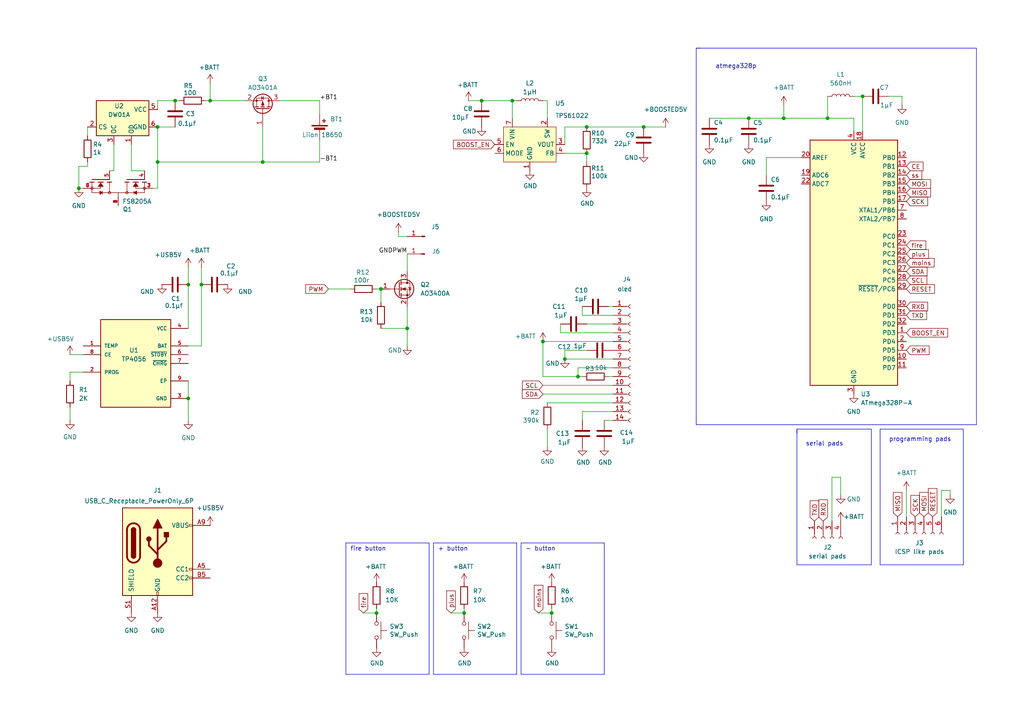
<source format=kicad_sch>
(kicad_sch
	(version 20231120)
	(generator "eeschema")
	(generator_version "8.0")
	(uuid "e79128ee-212b-4442-a43f-c163c43b8a09")
	(paper "A4")
	
	(junction
		(at 186.69 36.83)
		(diameter 0)
		(color 0 0 0 0)
		(uuid "0dc5ae22-7e67-4120-9f6e-a0e265feab63")
	)
	(junction
		(at 240.03 34.29)
		(diameter 0)
		(color 0 0 0 0)
		(uuid "15821422-e197-4bd4-b361-f0150207c9bb")
	)
	(junction
		(at 160.02 177.8)
		(diameter 0)
		(color 0 0 0 0)
		(uuid "18089797-9ba5-41f3-b4dd-22d805fc1bda")
	)
	(junction
		(at 109.22 177.8)
		(diameter 0)
		(color 0 0 0 0)
		(uuid "1cad8433-b5bd-4d9e-9e8a-7abf3e5a97e8")
	)
	(junction
		(at 134.62 177.8)
		(diameter 0)
		(color 0 0 0 0)
		(uuid "2da2010b-fbe0-4ab2-a32a-f05116a772a0")
	)
	(junction
		(at 170.18 44.45)
		(diameter 0)
		(color 0 0 0 0)
		(uuid "2f2a38f0-9a2c-40ee-9f91-325ece032515")
	)
	(junction
		(at 227.33 34.29)
		(diameter 0)
		(color 0 0 0 0)
		(uuid "33e8917f-22ab-4661-8d7f-650ba674fc23")
	)
	(junction
		(at 45.72 36.83)
		(diameter 0)
		(color 0 0 0 0)
		(uuid "40f166c1-6a8b-4ecc-8b51-eb5486a28fec")
	)
	(junction
		(at 167.64 109.22)
		(diameter 0)
		(color 0 0 0 0)
		(uuid "4217b900-d535-4734-a2ac-7b93230d661f")
	)
	(junction
		(at 170.18 36.83)
		(diameter 0)
		(color 0 0 0 0)
		(uuid "4e39a01e-112a-4b12-a345-0efbd1d14871")
	)
	(junction
		(at 157.48 99.06)
		(diameter 0)
		(color 0 0 0 0)
		(uuid "5e612b7d-95fe-4bd7-949f-a70b8fc4404d")
	)
	(junction
		(at 217.17 34.29)
		(diameter 0)
		(color 0 0 0 0)
		(uuid "5f6c49e7-ba2c-4108-b34b-e786a003c08f")
	)
	(junction
		(at 250.19 27.94)
		(diameter 0)
		(color 0 0 0 0)
		(uuid "7b142b6f-ce05-4807-bf86-6ae273939d8e")
	)
	(junction
		(at 58.42 82.55)
		(diameter 0)
		(color 0 0 0 0)
		(uuid "80c1698f-6d2f-4b1b-b8b2-9606e939d89f")
	)
	(junction
		(at 139.7 29.21)
		(diameter 0)
		(color 0 0 0 0)
		(uuid "8b5fb09f-0e0b-4e96-941c-4bab801f13bb")
	)
	(junction
		(at 118.11 95.25)
		(diameter 0)
		(color 0 0 0 0)
		(uuid "92c37d96-620b-449d-8890-cb47690b252b")
	)
	(junction
		(at 163.83 104.14)
		(diameter 0)
		(color 0 0 0 0)
		(uuid "9dd5d14b-36b0-4a2b-ad26-b1f91462cdbc")
	)
	(junction
		(at 22.86 54.61)
		(diameter 0)
		(color 0 0 0 0)
		(uuid "a34ece46-2b51-48f3-a371-3d05e13266c7")
	)
	(junction
		(at 54.61 82.55)
		(diameter 0)
		(color 0 0 0 0)
		(uuid "b44652fc-3e4f-4b29-bdce-61c6821919a5")
	)
	(junction
		(at 76.2 46.99)
		(diameter 0)
		(color 0 0 0 0)
		(uuid "c157e39a-ad68-439a-9093-a16128fa68ca")
	)
	(junction
		(at 50.8 29.21)
		(diameter 0)
		(color 0 0 0 0)
		(uuid "cc57f43e-bb39-44af-a9a0-88db0b9dc470")
	)
	(junction
		(at 45.72 46.99)
		(diameter 0)
		(color 0 0 0 0)
		(uuid "d394c192-c090-4cb0-8ff1-b6f13af8499d")
	)
	(junction
		(at 110.49 83.82)
		(diameter 0)
		(color 0 0 0 0)
		(uuid "d7994551-a46f-4565-8d26-2c29164c3b9a")
	)
	(junction
		(at 148.59 29.21)
		(diameter 0)
		(color 0 0 0 0)
		(uuid "dcc9532d-b0ef-4650-b2cd-5a3965bfb898")
	)
	(junction
		(at 54.61 115.57)
		(diameter 0)
		(color 0 0 0 0)
		(uuid "eff7a68a-7026-48de-bc34-3329900a0206")
	)
	(junction
		(at 60.96 29.21)
		(diameter 0)
		(color 0 0 0 0)
		(uuid "fd303f27-1f51-4c62-947e-2c22d346bc82")
	)
	(wire
		(pts
			(xy 217.17 34.29) (xy 227.33 34.29)
		)
		(stroke
			(width 0)
			(type default)
		)
		(uuid "0200448f-bfe2-4ef0-b8e4-9742f5ded03d")
	)
	(wire
		(pts
			(xy 167.64 106.68) (xy 167.64 109.22)
		)
		(stroke
			(width 0)
			(type default)
		)
		(uuid "059d077b-37cf-42c5-ab1f-07845c2262af")
	)
	(wire
		(pts
			(xy 25.4 46.99) (xy 25.4 48.26)
		)
		(stroke
			(width 0)
			(type default)
		)
		(uuid "0746fb1a-8712-47ff-b3f8-79ee6c6a3485")
	)
	(wire
		(pts
			(xy 110.49 95.25) (xy 118.11 95.25)
		)
		(stroke
			(width 0)
			(type default)
		)
		(uuid "096b2929-38d0-437b-9b1b-65fe8d2fbe40")
	)
	(wire
		(pts
			(xy 176.53 109.22) (xy 177.8 109.22)
		)
		(stroke
			(width 0)
			(type default)
		)
		(uuid "09f80b0d-7df1-4211-a7d3-bc19f8ca477b")
	)
	(wire
		(pts
			(xy 54.61 100.33) (xy 58.42 100.33)
		)
		(stroke
			(width 0)
			(type default)
		)
		(uuid "0d2565ff-dbd2-4fee-a2fc-1af442afa4c4")
	)
	(wire
		(pts
			(xy 170.18 101.6) (xy 163.83 101.6)
		)
		(stroke
			(width 0)
			(type default)
		)
		(uuid "11377225-1192-4577-a11a-9ca23dce9978")
	)
	(polyline
		(pts
			(xy 100.33 195.58) (xy 124.46 195.58)
		)
		(stroke
			(width 0)
			(type default)
		)
		(uuid "12350b7e-ef8f-41c7-a438-282a2176270e")
	)
	(wire
		(pts
			(xy 160.02 177.8) (xy 160.02 176.53)
		)
		(stroke
			(width 0)
			(type default)
		)
		(uuid "12fd672e-f86f-4f97-a9e8-f67e0b41ee28")
	)
	(wire
		(pts
			(xy 170.18 36.83) (xy 186.69 36.83)
		)
		(stroke
			(width 0)
			(type default)
		)
		(uuid "13e4932e-873f-4478-9587-edc3ed9fb69c")
	)
	(polyline
		(pts
			(xy 231.14 163.83) (xy 252.73 163.83)
		)
		(stroke
			(width 0)
			(type default)
		)
		(uuid "155efccc-bc2f-4e69-a90d-14efdf2d93df")
	)
	(wire
		(pts
			(xy 177.8 91.44) (xy 168.91 91.44)
		)
		(stroke
			(width 0)
			(type default)
		)
		(uuid "1583726e-8ef6-4253-88c6-6869fabf56c8")
	)
	(wire
		(pts
			(xy 148.59 29.21) (xy 149.86 29.21)
		)
		(stroke
			(width 0)
			(type default)
		)
		(uuid "1c01d52e-7266-4937-aff7-c71ade0c2b67")
	)
	(polyline
		(pts
			(xy 124.46 157.48) (xy 100.33 157.48)
		)
		(stroke
			(width 0)
			(type default)
		)
		(uuid "1d81c92b-14bf-445c-b483-aff13e70184d")
	)
	(wire
		(pts
			(xy 261.62 27.94) (xy 261.62 30.48)
		)
		(stroke
			(width 0)
			(type default)
		)
		(uuid "23e6d8d7-b061-4cbc-96ff-c533e5ee5e44")
	)
	(polyline
		(pts
			(xy 231.14 125.73) (xy 231.14 124.46)
		)
		(stroke
			(width 0)
			(type default)
		)
		(uuid "24af53c3-1dc5-48bc-9f67-aaa625bf5b78")
	)
	(polyline
		(pts
			(xy 175.26 195.58) (xy 175.26 157.48)
		)
		(stroke
			(width 0)
			(type default)
		)
		(uuid "25c13cc5-ebd6-4bff-8bbc-492b02906441")
	)
	(wire
		(pts
			(xy 257.81 27.94) (xy 261.62 27.94)
		)
		(stroke
			(width 0)
			(type default)
		)
		(uuid "25ca5e6c-29e0-4672-86f9-f52d09a9a91c")
	)
	(wire
		(pts
			(xy 247.65 34.29) (xy 247.65 38.1)
		)
		(stroke
			(width 0)
			(type default)
		)
		(uuid "2898c4b1-b946-4973-a49f-040ff31f0524")
	)
	(polyline
		(pts
			(xy 149.86 195.58) (xy 149.86 157.48)
		)
		(stroke
			(width 0)
			(type default)
		)
		(uuid "2a366425-f2ea-4b8e-bc6d-a62d5ef05778")
	)
	(wire
		(pts
			(xy 163.83 36.83) (xy 170.18 36.83)
		)
		(stroke
			(width 0)
			(type default)
		)
		(uuid "2c034e51-f1af-476e-8dd0-d969344c4ad9")
	)
	(wire
		(pts
			(xy 177.8 93.98) (xy 170.18 93.98)
		)
		(stroke
			(width 0)
			(type default)
		)
		(uuid "2cb62b69-e6a5-4953-9d3c-aa3a075cb925")
	)
	(wire
		(pts
			(xy 45.72 46.99) (xy 76.2 46.99)
		)
		(stroke
			(width 0)
			(type default)
		)
		(uuid "2cdcaef8-d603-4b28-870f-6290558e9f60")
	)
	(wire
		(pts
			(xy 163.83 41.91) (xy 163.83 36.83)
		)
		(stroke
			(width 0)
			(type default)
		)
		(uuid "2cf55bf0-b39e-4d1a-867a-a052ec5a0d52")
	)
	(wire
		(pts
			(xy 38.1 41.91) (xy 38.1 49.53)
		)
		(stroke
			(width 0)
			(type default)
		)
		(uuid "2e3d4023-7418-43d3-9133-cf755d25a37d")
	)
	(wire
		(pts
			(xy 109.22 83.82) (xy 110.49 83.82)
		)
		(stroke
			(width 0)
			(type default)
		)
		(uuid "3101b2af-59be-45ae-9c15-4e73eccaa0c1")
	)
	(wire
		(pts
			(xy 157.48 111.76) (xy 177.8 111.76)
		)
		(stroke
			(width 0)
			(type default)
		)
		(uuid "311cf34a-d8df-4511-ae46-4d42f6c85240")
	)
	(wire
		(pts
			(xy 22.86 54.61) (xy 24.13 54.61)
		)
		(stroke
			(width 0)
			(type default)
		)
		(uuid "3167ec46-f722-4478-ac05-e998364cd6d0")
	)
	(wire
		(pts
			(xy 71.12 29.21) (xy 60.96 29.21)
		)
		(stroke
			(width 0)
			(type default)
		)
		(uuid "3522f34c-6487-49bf-ac51-7323b17345b2")
	)
	(wire
		(pts
			(xy 54.61 115.57) (xy 54.61 121.92)
		)
		(stroke
			(width 0)
			(type default)
		)
		(uuid "36dca280-04b1-4c51-b4b7-6d77284dadcd")
	)
	(wire
		(pts
			(xy 44.45 54.61) (xy 45.72 54.61)
		)
		(stroke
			(width 0)
			(type default)
		)
		(uuid "391027ba-8856-443e-9d95-57a090209cf3")
	)
	(wire
		(pts
			(xy 33.02 41.91) (xy 33.02 49.53)
		)
		(stroke
			(width 0)
			(type default)
		)
		(uuid "3af4de8c-6483-40d2-aeff-fe3d87599550")
	)
	(polyline
		(pts
			(xy 175.26 157.48) (xy 151.13 157.48)
		)
		(stroke
			(width 0)
			(type default)
		)
		(uuid "3e547839-a9c1-408b-8160-2d8f79ca76de")
	)
	(wire
		(pts
			(xy 232.41 45.72) (xy 222.25 45.72)
		)
		(stroke
			(width 0)
			(type default)
		)
		(uuid "3f64501e-588d-4e01-b1b3-55230877122a")
	)
	(wire
		(pts
			(xy 240.03 27.94) (xy 240.03 34.29)
		)
		(stroke
			(width 0)
			(type default)
		)
		(uuid "40e9b743-436d-4d87-b31b-b2e561b80ad3")
	)
	(polyline
		(pts
			(xy 255.27 125.73) (xy 255.27 163.83)
		)
		(stroke
			(width 0)
			(type default)
		)
		(uuid "411f4aca-4c95-48bb-9a76-717b2f8a9260")
	)
	(wire
		(pts
			(xy 241.3 138.43) (xy 241.3 151.13)
		)
		(stroke
			(width 0)
			(type default)
		)
		(uuid "424e1c7b-921f-474a-9dd4-f4ae2f2c5fb1")
	)
	(polyline
		(pts
			(xy 283.21 123.19) (xy 283.21 13.97)
		)
		(stroke
			(width 0)
			(type default)
		)
		(uuid "45c954d0-e2a6-4d43-905a-54951991527e")
	)
	(wire
		(pts
			(xy 118.11 73.66) (xy 118.11 78.74)
		)
		(stroke
			(width 0)
			(type default)
		)
		(uuid "495e1c52-16e6-4bc6-8a63-bb1c33380fe1")
	)
	(wire
		(pts
			(xy 76.2 46.99) (xy 92.71 46.99)
		)
		(stroke
			(width 0)
			(type default)
		)
		(uuid "4a8766ae-4928-435e-b110-8211e1648e7f")
	)
	(wire
		(pts
			(xy 176.53 88.9) (xy 177.8 88.9)
		)
		(stroke
			(width 0)
			(type default)
		)
		(uuid "4b0c2310-69ce-4f33-ba09-74e5d47845f2")
	)
	(wire
		(pts
			(xy 45.72 31.75) (xy 45.72 29.21)
		)
		(stroke
			(width 0)
			(type default)
		)
		(uuid "4b9104fc-d6d0-4d02-bf45-2760e05a9936")
	)
	(wire
		(pts
			(xy 45.72 29.21) (xy 50.8 29.21)
		)
		(stroke
			(width 0)
			(type default)
		)
		(uuid "507581eb-367b-44b3-a5cb-cbf17268a41b")
	)
	(polyline
		(pts
			(xy 279.4 124.46) (xy 255.27 124.46)
		)
		(stroke
			(width 0)
			(type default)
		)
		(uuid "511c05bb-5a67-4ff8-85dc-9a31a77cde9b")
	)
	(wire
		(pts
			(xy 95.25 83.82) (xy 101.6 83.82)
		)
		(stroke
			(width 0)
			(type default)
		)
		(uuid "595a1b64-1d74-4acc-8a14-7a0b72b91cef")
	)
	(wire
		(pts
			(xy 162.56 93.98) (xy 162.56 96.52)
		)
		(stroke
			(width 0)
			(type default)
		)
		(uuid "5a068dd7-1cff-4346-9101-649bb2162239")
	)
	(wire
		(pts
			(xy 45.72 36.83) (xy 50.8 36.83)
		)
		(stroke
			(width 0)
			(type default)
		)
		(uuid "5a96c07f-c099-4d57-ab78-8108721f3b21")
	)
	(wire
		(pts
			(xy 60.96 29.21) (xy 60.96 24.13)
		)
		(stroke
			(width 0)
			(type default)
		)
		(uuid "5abe0e43-0321-4927-a464-6e61efe86853")
	)
	(wire
		(pts
			(xy 163.83 44.45) (xy 170.18 44.45)
		)
		(stroke
			(width 0)
			(type default)
		)
		(uuid "5adb3eb4-b2ef-46f7-92f8-bfa41cf9789a")
	)
	(wire
		(pts
			(xy 20.32 107.95) (xy 20.32 110.49)
		)
		(stroke
			(width 0)
			(type default)
		)
		(uuid "5c0b93d7-54ae-42a1-b7b0-9cfef1925c8a")
	)
	(wire
		(pts
			(xy 45.72 36.83) (xy 45.72 46.99)
		)
		(stroke
			(width 0)
			(type default)
		)
		(uuid "61def6f6-ddfe-460e-ba08-30ae2262006d")
	)
	(wire
		(pts
			(xy 262.89 142.24) (xy 262.89 149.86)
		)
		(stroke
			(width 0)
			(type default)
		)
		(uuid "62c0d760-160b-44b0-a21d-099c041a71be")
	)
	(wire
		(pts
			(xy 25.4 48.26) (xy 22.86 48.26)
		)
		(stroke
			(width 0)
			(type default)
		)
		(uuid "6823a712-7d62-4652-a910-4ecb18fe1b6f")
	)
	(wire
		(pts
			(xy 59.69 29.21) (xy 60.96 29.21)
		)
		(stroke
			(width 0)
			(type default)
		)
		(uuid "69e8bee0-0ae5-4716-91d3-dc7ff4b23f8a")
	)
	(wire
		(pts
			(xy 92.71 33.02) (xy 92.71 29.21)
		)
		(stroke
			(width 0)
			(type default)
		)
		(uuid "6b39adab-86a5-4f34-8b36-3aa4ca9c2636")
	)
	(wire
		(pts
			(xy 240.03 34.29) (xy 247.65 34.29)
		)
		(stroke
			(width 0)
			(type default)
		)
		(uuid "6c5d27ab-11f1-4f54-b3ff-0334d9bea96f")
	)
	(wire
		(pts
			(xy 227.33 34.29) (xy 240.03 34.29)
		)
		(stroke
			(width 0)
			(type default)
		)
		(uuid "6e8f0f68-7308-4a7e-bd1e-b638f9405786")
	)
	(polyline
		(pts
			(xy 100.33 157.48) (xy 100.33 158.75)
		)
		(stroke
			(width 0)
			(type default)
		)
		(uuid "800fcaae-f687-488a-9703-ca8c2e6bd685")
	)
	(wire
		(pts
			(xy 158.75 116.84) (xy 177.8 116.84)
		)
		(stroke
			(width 0)
			(type default)
		)
		(uuid "803ede38-9d19-4360-9da4-305d1900f3ca")
	)
	(wire
		(pts
			(xy 177.8 99.06) (xy 157.48 99.06)
		)
		(stroke
			(width 0)
			(type default)
		)
		(uuid "85b4d837-ede9-41a2-8b6b-be843669f01d")
	)
	(polyline
		(pts
			(xy 125.73 195.58) (xy 149.86 195.58)
		)
		(stroke
			(width 0)
			(type default)
		)
		(uuid "863239a2-05cc-43f6-9f45-20d1b8f2d283")
	)
	(wire
		(pts
			(xy 157.48 99.06) (xy 157.48 109.22)
		)
		(stroke
			(width 0)
			(type default)
		)
		(uuid "870b3c73-176b-4954-99bf-e4a3f4d86f5b")
	)
	(wire
		(pts
			(xy 110.49 83.82) (xy 110.49 87.63)
		)
		(stroke
			(width 0)
			(type default)
		)
		(uuid "8a13725d-8c10-4b65-bab7-aa5dc4d5c93a")
	)
	(polyline
		(pts
			(xy 149.86 157.48) (xy 125.73 157.48)
		)
		(stroke
			(width 0)
			(type default)
		)
		(uuid "8a631b78-1f77-4626-bd0a-6626cb021225")
	)
	(wire
		(pts
			(xy 148.59 29.21) (xy 148.59 34.29)
		)
		(stroke
			(width 0)
			(type default)
		)
		(uuid "8b61020e-e1a6-4156-aed8-1f68d508c328")
	)
	(polyline
		(pts
			(xy 151.13 195.58) (xy 175.26 195.58)
		)
		(stroke
			(width 0)
			(type default)
		)
		(uuid "8d9b5a85-d982-43e4-a1ab-82a00b8238ff")
	)
	(wire
		(pts
			(xy 156.21 177.8) (xy 160.02 177.8)
		)
		(stroke
			(width 0)
			(type default)
		)
		(uuid "90b1765e-5524-452d-959c-1997c614fda6")
	)
	(wire
		(pts
			(xy 118.11 100.33) (xy 118.11 95.25)
		)
		(stroke
			(width 0)
			(type default)
		)
		(uuid "90da4bdb-8f7f-40b7-940a-0f67ad86160c")
	)
	(wire
		(pts
			(xy 241.3 138.43) (xy 243.84 138.43)
		)
		(stroke
			(width 0)
			(type default)
		)
		(uuid "914fe708-b5eb-4b11-a470-de7f4e34fdcb")
	)
	(wire
		(pts
			(xy 118.11 95.25) (xy 118.11 88.9)
		)
		(stroke
			(width 0)
			(type default)
		)
		(uuid "915b42b7-8a7a-487d-8ac2-da73c896d52f")
	)
	(wire
		(pts
			(xy 168.91 91.44) (xy 168.91 88.9)
		)
		(stroke
			(width 0)
			(type default)
		)
		(uuid "919ce4dd-0292-41c6-9d22-55c2c409f123")
	)
	(wire
		(pts
			(xy 250.19 27.94) (xy 247.65 27.94)
		)
		(stroke
			(width 0)
			(type default)
		)
		(uuid "9364d56f-c5be-4860-8ffc-0831fbe03cbf")
	)
	(polyline
		(pts
			(xy 283.21 13.97) (xy 201.93 13.97)
		)
		(stroke
			(width 0)
			(type default)
		)
		(uuid "944feeed-ba8c-42ae-aed8-525f64756468")
	)
	(wire
		(pts
			(xy 250.19 38.1) (xy 250.19 27.94)
		)
		(stroke
			(width 0)
			(type default)
		)
		(uuid "9587f155-86a6-4488-a323-c37d1f7db3ad")
	)
	(polyline
		(pts
			(xy 151.13 157.48) (xy 151.13 158.75)
		)
		(stroke
			(width 0)
			(type default)
		)
		(uuid "98424fc0-8205-4607-9bfc-083783326b9e")
	)
	(wire
		(pts
			(xy 134.62 177.8) (xy 134.62 176.53)
		)
		(stroke
			(width 0)
			(type default)
		)
		(uuid "9a3fd8b7-61fe-4002-b7e0-c1a9ac06f228")
	)
	(polyline
		(pts
			(xy 124.46 195.58) (xy 124.46 157.48)
		)
		(stroke
			(width 0)
			(type default)
		)
		(uuid "9a501a10-12b6-437f-b66f-747378a73216")
	)
	(wire
		(pts
			(xy 54.61 77.47) (xy 54.61 82.55)
		)
		(stroke
			(width 0)
			(type default)
		)
		(uuid "9e310c8a-0642-4073-aa6d-813d716cd45b")
	)
	(wire
		(pts
			(xy 158.75 34.29) (xy 158.75 29.21)
		)
		(stroke
			(width 0)
			(type default)
		)
		(uuid "9f6a8c65-318a-4bdb-b9af-fd742009a117")
	)
	(wire
		(pts
			(xy 109.22 177.8) (xy 109.22 176.53)
		)
		(stroke
			(width 0)
			(type default)
		)
		(uuid "9f7a48ef-6c1f-4994-9fcc-1503e766ed41")
	)
	(wire
		(pts
			(xy 33.02 49.53) (xy 31.75 49.53)
		)
		(stroke
			(width 0)
			(type default)
		)
		(uuid "a20b69e8-d433-475d-a812-0cd1482305f5")
	)
	(polyline
		(pts
			(xy 125.73 158.75) (xy 125.73 195.58)
		)
		(stroke
			(width 0)
			(type default)
		)
		(uuid "a5375569-5406-4df3-ae2f-20b84d3474dd")
	)
	(wire
		(pts
			(xy 58.42 82.55) (xy 58.42 100.33)
		)
		(stroke
			(width 0)
			(type default)
		)
		(uuid "a5d8fdb4-b334-4d4b-a29c-9421c3c8111c")
	)
	(wire
		(pts
			(xy 163.83 101.6) (xy 163.83 104.14)
		)
		(stroke
			(width 0)
			(type default)
		)
		(uuid "a6e28197-eacd-4f41-8242-aa9aafc2e4c4")
	)
	(wire
		(pts
			(xy 168.91 119.38) (xy 168.91 121.92)
		)
		(stroke
			(width 0)
			(type default)
		)
		(uuid "a6e5a03c-0a59-4a4f-bb74-a797aa0e3866")
	)
	(wire
		(pts
			(xy 76.2 36.83) (xy 76.2 46.99)
		)
		(stroke
			(width 0)
			(type default)
		)
		(uuid "a8dac2c3-f7c9-4861-a13a-663e95da4948")
	)
	(wire
		(pts
			(xy 177.8 119.38) (xy 168.91 119.38)
		)
		(stroke
			(width 0)
			(type default)
		)
		(uuid "ace68dec-040e-43dc-94c1-61b7348cadaa")
	)
	(polyline
		(pts
			(xy 255.27 124.46) (xy 255.27 125.73)
		)
		(stroke
			(width 0)
			(type default)
		)
		(uuid "acf1f5be-4666-4b26-869e-0e013bcb51ca")
	)
	(wire
		(pts
			(xy 105.41 177.8) (xy 109.22 177.8)
		)
		(stroke
			(width 0)
			(type default)
		)
		(uuid "ad769812-556c-44fd-b6b7-a469939cf3d1")
	)
	(wire
		(pts
			(xy 273.05 142.24) (xy 275.59 142.24)
		)
		(stroke
			(width 0)
			(type default)
		)
		(uuid "b00e34a9-0740-48bb-b58c-de9e0ed32b07")
	)
	(wire
		(pts
			(xy 92.71 40.64) (xy 92.71 46.99)
		)
		(stroke
			(width 0)
			(type default)
		)
		(uuid "b0d7e412-a508-4273-a8e5-b1bc2dccf00a")
	)
	(polyline
		(pts
			(xy 252.73 163.83) (xy 252.73 124.46)
		)
		(stroke
			(width 0)
			(type default)
		)
		(uuid "b1e5f9e5-7bae-4eee-a5c6-913a23725093")
	)
	(wire
		(pts
			(xy 273.05 142.24) (xy 273.05 149.86)
		)
		(stroke
			(width 0)
			(type default)
		)
		(uuid "b2cd60e4-0367-4f76-a58a-89bda606426b")
	)
	(wire
		(pts
			(xy 162.56 96.52) (xy 177.8 96.52)
		)
		(stroke
			(width 0)
			(type default)
		)
		(uuid "b352bac4-bfcc-43f9-ac95-46eb71868093")
	)
	(wire
		(pts
			(xy 54.61 82.55) (xy 54.61 95.25)
		)
		(stroke
			(width 0)
			(type default)
		)
		(uuid "b4aa2b5e-516c-4112-9b80-7f5489e9b3bf")
	)
	(wire
		(pts
			(xy 115.57 67.31) (xy 115.57 68.58)
		)
		(stroke
			(width 0)
			(type default)
		)
		(uuid "b5d8cf59-f837-4ba0-b956-f49ab679e049")
	)
	(wire
		(pts
			(xy 157.48 109.22) (xy 167.64 109.22)
		)
		(stroke
			(width 0)
			(type default)
		)
		(uuid "b7671b70-5193-4e82-ab2f-4a141b9d6c57")
	)
	(wire
		(pts
			(xy 20.32 118.11) (xy 20.32 121.92)
		)
		(stroke
			(width 0)
			(type default)
		)
		(uuid "b879f85c-02af-4363-8688-cff5a875a864")
	)
	(polyline
		(pts
			(xy 201.93 123.19) (xy 283.21 123.19)
		)
		(stroke
			(width 0)
			(type default)
		)
		(uuid "b9367769-d30f-4482-8dc9-e26e78be2778")
	)
	(wire
		(pts
			(xy 22.86 48.26) (xy 22.86 54.61)
		)
		(stroke
			(width 0)
			(type default)
		)
		(uuid "b9803d74-78d2-4049-935e-89bd068d78b8")
	)
	(polyline
		(pts
			(xy 231.14 124.46) (xy 231.14 162.56)
		)
		(stroke
			(width 0)
			(type default)
		)
		(uuid "b9c4014f-a92b-4056-9079-a0546028cf45")
	)
	(wire
		(pts
			(xy 205.74 34.29) (xy 217.17 34.29)
		)
		(stroke
			(width 0)
			(type default)
		)
		(uuid "baa90bfa-2f63-43ff-9b2c-8959dc1c4dec")
	)
	(polyline
		(pts
			(xy 125.73 157.48) (xy 125.73 158.75)
		)
		(stroke
			(width 0)
			(type default)
		)
		(uuid "bb132e15-3950-4db9-a0c2-c295702b962b")
	)
	(wire
		(pts
			(xy 186.69 36.83) (xy 193.04 36.83)
		)
		(stroke
			(width 0)
			(type default)
		)
		(uuid "bbff4e7a-f56b-4542-a514-183058c05d62")
	)
	(wire
		(pts
			(xy 25.4 36.83) (xy 25.4 39.37)
		)
		(stroke
			(width 0)
			(type default)
		)
		(uuid "bc36a65e-af7f-4f86-971a-fced82fcc346")
	)
	(wire
		(pts
			(xy 58.42 77.47) (xy 58.42 82.55)
		)
		(stroke
			(width 0)
			(type default)
		)
		(uuid "c0a58d72-19b2-4a3a-ae66-234ce5d65b39")
	)
	(wire
		(pts
			(xy 157.48 114.3) (xy 177.8 114.3)
		)
		(stroke
			(width 0)
			(type default)
		)
		(uuid "c3a93bbf-8b41-42ed-98ee-826ff1af8c11")
	)
	(wire
		(pts
			(xy 227.33 30.48) (xy 227.33 34.29)
		)
		(stroke
			(width 0)
			(type default)
		)
		(uuid "c3f37a05-50ed-4328-bb02-16534c3106f3")
	)
	(wire
		(pts
			(xy 158.75 129.54) (xy 158.75 124.46)
		)
		(stroke
			(width 0)
			(type default)
		)
		(uuid "c47013ba-a793-4ac5-ba01-97f694620218")
	)
	(wire
		(pts
			(xy 45.72 46.99) (xy 45.72 54.61)
		)
		(stroke
			(width 0)
			(type default)
		)
		(uuid "c60e6008-802e-46ee-bf71-263d617c4326")
	)
	(wire
		(pts
			(xy 130.81 177.8) (xy 134.62 177.8)
		)
		(stroke
			(width 0)
			(type default)
		)
		(uuid "c685704e-3c4c-40d5-b39a-57a2052ad9ea")
	)
	(wire
		(pts
			(xy 175.26 121.92) (xy 177.8 121.92)
		)
		(stroke
			(width 0)
			(type default)
		)
		(uuid "c88b8da0-884f-4780-aed2-e03e9939932f")
	)
	(wire
		(pts
			(xy 167.64 109.22) (xy 168.91 109.22)
		)
		(stroke
			(width 0)
			(type default)
		)
		(uuid "c971b6cb-a311-4ddb-a3b1-6cbd1e89d0e2")
	)
	(wire
		(pts
			(xy 243.84 138.43) (xy 243.84 143.51)
		)
		(stroke
			(width 0)
			(type default)
		)
		(uuid "cf269dfc-b934-410a-86b5-cf76953fed13")
	)
	(wire
		(pts
			(xy 24.13 107.95) (xy 20.32 107.95)
		)
		(stroke
			(width 0)
			(type default)
		)
		(uuid "d15a4deb-d980-4d86-9ec0-5bae7744c017")
	)
	(wire
		(pts
			(xy 135.89 29.21) (xy 139.7 29.21)
		)
		(stroke
			(width 0)
			(type default)
		)
		(uuid "d1a907b3-5811-4996-ad0f-d9ce4c77f16e")
	)
	(polyline
		(pts
			(xy 231.14 162.56) (xy 231.14 163.83)
		)
		(stroke
			(width 0)
			(type default)
		)
		(uuid "d36bb747-eaf4-4aba-857b-e6181f6a24d5")
	)
	(wire
		(pts
			(xy 158.75 29.21) (xy 157.48 29.21)
		)
		(stroke
			(width 0)
			(type default)
		)
		(uuid "d686b5ce-3650-4b5b-8f9d-f75125b89c07")
	)
	(polyline
		(pts
			(xy 252.73 124.46) (xy 231.14 124.46)
		)
		(stroke
			(width 0)
			(type default)
		)
		(uuid "d68e54a4-3fae-440e-a27e-de6635bc1259")
	)
	(wire
		(pts
			(xy 50.8 29.21) (xy 52.07 29.21)
		)
		(stroke
			(width 0)
			(type default)
		)
		(uuid "d8a0b507-701b-4230-a1af-86a1849847bd")
	)
	(polyline
		(pts
			(xy 279.4 163.83) (xy 279.4 124.46)
		)
		(stroke
			(width 0)
			(type default)
		)
		(uuid "d8a1ce83-6b69-46ba-b328-90c0d90716ae")
	)
	(wire
		(pts
			(xy 275.59 142.24) (xy 275.59 143.51)
		)
		(stroke
			(width 0)
			(type default)
		)
		(uuid "d9861edb-c71d-464f-8e04-2b1d2f977e8c")
	)
	(wire
		(pts
			(xy 92.71 29.21) (xy 81.28 29.21)
		)
		(stroke
			(width 0)
			(type default)
		)
		(uuid "dc76ba07-1e40-4b64-8e01-72ce0a5a3d47")
	)
	(wire
		(pts
			(xy 163.83 104.14) (xy 177.8 104.14)
		)
		(stroke
			(width 0)
			(type default)
		)
		(uuid "deff7a0c-f4d1-40b3-993a-6a01680c5bfa")
	)
	(polyline
		(pts
			(xy 100.33 158.75) (xy 100.33 195.58)
		)
		(stroke
			(width 0)
			(type default)
		)
		(uuid "e1db05f4-8fb1-4c4e-982f-f11f81cc7128")
	)
	(polyline
		(pts
			(xy 201.93 13.97) (xy 201.93 123.19)
		)
		(stroke
			(width 0)
			(type default)
		)
		(uuid "e35ca5e1-8659-42ff-a65e-e71e65ddcb2d")
	)
	(wire
		(pts
			(xy 20.32 102.87) (xy 24.13 102.87)
		)
		(stroke
			(width 0)
			(type default)
		)
		(uuid "e76b283b-92d8-4bb7-9561-91d7a5027793")
	)
	(wire
		(pts
			(xy 139.7 29.21) (xy 148.59 29.21)
		)
		(stroke
			(width 0)
			(type default)
		)
		(uuid "e8ccfd51-86c8-4a1c-a0f7-5beef73fa129")
	)
	(wire
		(pts
			(xy 38.1 49.53) (xy 41.91 49.53)
		)
		(stroke
			(width 0)
			(type default)
		)
		(uuid "eb645478-4301-4d23-bf30-33dc61cb4440")
	)
	(wire
		(pts
			(xy 222.25 45.72) (xy 222.25 50.8)
		)
		(stroke
			(width 0)
			(type default)
		)
		(uuid "ec00d9f8-59b8-4da1-af5a-d25367b1f8e2")
	)
	(wire
		(pts
			(xy 54.61 110.49) (xy 54.61 115.57)
		)
		(stroke
			(width 0)
			(type default)
		)
		(uuid "ee394567-dcc0-4a72-a255-8a0582506be4")
	)
	(polyline
		(pts
			(xy 201.93 13.97) (xy 203.2 13.97)
		)
		(stroke
			(width 0)
			(type default)
		)
		(uuid "f095d582-ccff-489c-80a4-829b1bd8619c")
	)
	(wire
		(pts
			(xy 115.57 68.58) (xy 118.11 68.58)
		)
		(stroke
			(width 0)
			(type default)
		)
		(uuid "f1a10468-5f8e-48a8-b681-c140600935e4")
	)
	(polyline
		(pts
			(xy 151.13 158.75) (xy 151.13 195.58)
		)
		(stroke
			(width 0)
			(type default)
		)
		(uuid "f5b4159a-0f8b-4f5c-a674-8530deea6812")
	)
	(wire
		(pts
			(xy 177.8 106.68) (xy 167.64 106.68)
		)
		(stroke
			(width 0)
			(type default)
		)
		(uuid "f8d20ee8-1fa4-4ea6-b52e-f0be6681828a")
	)
	(wire
		(pts
			(xy 170.18 44.45) (xy 170.18 46.99)
		)
		(stroke
			(width 0)
			(type default)
		)
		(uuid "fb2ad3da-6e0d-4c1a-bdbe-a0dec5b9291c")
	)
	(polyline
		(pts
			(xy 255.27 163.83) (xy 279.4 163.83)
		)
		(stroke
			(width 0)
			(type default)
		)
		(uuid "fe72f79c-933c-4578-90b4-4014f626cad6")
	)
	(text "serial pads"
		(exclude_from_sim no)
		(at 233.68 129.54 0)
		(effects
			(font
				(size 1.27 1.27)
			)
			(justify left bottom)
		)
		(uuid "59c93e5e-b68a-45e2-a3ee-b2cb2a1e5c04")
	)
	(text "+ button"
		(exclude_from_sim no)
		(at 127 160.02 0)
		(effects
			(font
				(size 1.27 1.27)
			)
			(justify left bottom)
		)
		(uuid "9bc770c7-95a5-4534-847b-a292de76738c")
	)
	(text "- button"
		(exclude_from_sim no)
		(at 152.4 160.02 0)
		(effects
			(font
				(size 1.27 1.27)
			)
			(justify left bottom)
		)
		(uuid "d2df5bb6-ec44-4284-80aa-41c931590d5b")
	)
	(text "atmega328p"
		(exclude_from_sim no)
		(at 207.518 20.066 0)
		(effects
			(font
				(size 1.27 1.27)
			)
			(justify left bottom)
		)
		(uuid "dd5673ef-a816-4125-92b5-fde51478b588")
	)
	(text "fire button"
		(exclude_from_sim no)
		(at 101.6 160.02 0)
		(effects
			(font
				(size 1.27 1.27)
			)
			(justify left bottom)
		)
		(uuid "e2f9afad-e9d9-4776-99cb-98a849449aac")
	)
	(text "programming pads"
		(exclude_from_sim no)
		(at 257.81 128.27 0)
		(effects
			(font
				(size 1.27 1.27)
			)
			(justify left bottom)
		)
		(uuid "e6938b23-4214-43e7-b7f1-17d983772a5a")
	)
	(label "-BT1"
		(at 92.71 46.99 0)
		(fields_autoplaced yes)
		(effects
			(font
				(size 1.27 1.27)
			)
			(justify left bottom)
		)
		(uuid "198fbeda-5b51-4901-90fb-8d47f106eae9")
	)
	(label "GNDPWM"
		(at 118.11 73.66 180)
		(fields_autoplaced yes)
		(effects
			(font
				(size 1.27 1.27)
			)
			(justify right bottom)
		)
		(uuid "28b1ea2a-8dbb-4bb4-b3f2-70108d422758")
	)
	(label "+BT1"
		(at 92.71 29.21 0)
		(fields_autoplaced yes)
		(effects
			(font
				(size 1.27 1.27)
			)
			(justify left bottom)
		)
		(uuid "df262f70-44cb-4143-b5c7-34fa2e96f7e1")
	)
	(global_label "CE"
		(shape input)
		(at 262.89 48.26 0)
		(fields_autoplaced yes)
		(effects
			(font
				(size 1.27 1.27)
			)
			(justify left)
		)
		(uuid "01e6cec8-1dfb-40cb-9d00-1295f888b085")
		(property "Intersheetrefs" "${INTERSHEET_REFS}"
			(at 267.5606 48.26 0)
			(effects
				(font
					(size 1.27 1.27)
				)
				(justify left)
				(hide yes)
			)
		)
	)
	(global_label "moins"
		(shape input)
		(at 156.21 177.8 90)
		(fields_autoplaced yes)
		(effects
			(font
				(size 1.27 1.27)
			)
			(justify left)
		)
		(uuid "10dbdbac-7053-43b1-bcbd-96847b95e7cd")
		(property "Intersheetrefs" "${INTERSHEET_REFS}"
			(at 156.21 169.1906 90)
			(effects
				(font
					(size 1.27 1.27)
				)
				(justify left)
				(hide yes)
			)
		)
	)
	(global_label "SDA"
		(shape input)
		(at 157.48 114.3 180)
		(fields_autoplaced yes)
		(effects
			(font
				(size 1.27 1.27)
			)
			(justify right)
		)
		(uuid "14cc497d-50bd-4238-9791-86ede29a8a14")
		(property "Intersheetrefs" "${INTERSHEET_REFS}"
			(at 150.9267 114.3 0)
			(effects
				(font
					(size 1.27 1.27)
				)
				(justify right)
				(hide yes)
			)
		)
	)
	(global_label "MISO"
		(shape input)
		(at 260.35 149.86 90)
		(fields_autoplaced yes)
		(effects
			(font
				(size 1.27 1.27)
			)
			(justify left)
		)
		(uuid "1868f2d9-af7c-42f8-beb3-96f3258b5e8f")
		(property "Intersheetrefs" "${INTERSHEET_REFS}"
			(at 260.2706 142.9396 90)
			(effects
				(font
					(size 1.27 1.27)
				)
				(justify left)
				(hide yes)
			)
		)
	)
	(global_label "SCK"
		(shape input)
		(at 262.89 58.42 0)
		(fields_autoplaced yes)
		(effects
			(font
				(size 1.27 1.27)
			)
			(justify left)
		)
		(uuid "1977276a-bf19-4f16-b0aa-877b3acae703")
		(property "Intersheetrefs" "${INTERSHEET_REFS}"
			(at 268.9637 58.3406 0)
			(effects
				(font
					(size 1.27 1.27)
				)
				(justify left)
				(hide yes)
			)
		)
	)
	(global_label "SDA"
		(shape input)
		(at 262.89 78.74 0)
		(fields_autoplaced yes)
		(effects
			(font
				(size 1.27 1.27)
			)
			(justify left)
		)
		(uuid "214eba98-a13b-43d3-adab-15334196d96a")
		(property "Intersheetrefs" "${INTERSHEET_REFS}"
			(at 269.4433 78.74 0)
			(effects
				(font
					(size 1.27 1.27)
				)
				(justify left)
				(hide yes)
			)
		)
	)
	(global_label "TXD"
		(shape input)
		(at 262.89 91.44 0)
		(fields_autoplaced yes)
		(effects
			(font
				(size 1.27 1.27)
			)
			(justify left)
		)
		(uuid "21f1c95e-b62f-4001-b6f7-eefd2b82e13b")
		(property "Intersheetrefs" "${INTERSHEET_REFS}"
			(at 268.6613 91.3606 0)
			(effects
				(font
					(size 1.27 1.27)
				)
				(justify left)
				(hide yes)
			)
		)
	)
	(global_label "SCK"
		(shape input)
		(at 265.43 149.86 90)
		(fields_autoplaced yes)
		(effects
			(font
				(size 1.27 1.27)
			)
			(justify left)
		)
		(uuid "26727509-ada2-4002-9d26-56f578afa119")
		(property "Intersheetrefs" "${INTERSHEET_REFS}"
			(at 149.86 54.61 0)
			(effects
				(font
					(size 1.27 1.27)
				)
				(hide yes)
			)
		)
		(property "Références Inter-Feuilles" "${INTERSHEET_REFS}"
			(at 265.3506 143.7863 90)
			(effects
				(font
					(size 1.27 1.27)
				)
				(justify left)
				(hide yes)
			)
		)
	)
	(global_label "MISO"
		(shape input)
		(at 262.89 55.88 0)
		(fields_autoplaced yes)
		(effects
			(font
				(size 1.27 1.27)
			)
			(justify left)
		)
		(uuid "2fc1df64-11e4-46dc-bb9a-04e5c53d1fb3")
		(property "Intersheetrefs" "${INTERSHEET_REFS}"
			(at 269.8104 55.8006 0)
			(effects
				(font
					(size 1.27 1.27)
				)
				(justify left)
				(hide yes)
			)
		)
	)
	(global_label "PWM"
		(shape input)
		(at 262.89 101.6 0)
		(fields_autoplaced yes)
		(effects
			(font
				(size 1.27 1.27)
			)
			(justify left)
		)
		(uuid "461d175e-03ad-44cc-b80e-75b84ba9b1cd")
		(property "Intersheetrefs" "${INTERSHEET_REFS}"
			(at 270.048 101.6 0)
			(effects
				(font
					(size 1.27 1.27)
				)
				(justify left)
				(hide yes)
			)
		)
	)
	(global_label "plus"
		(shape input)
		(at 130.81 177.8 90)
		(fields_autoplaced yes)
		(effects
			(font
				(size 1.27 1.27)
			)
			(justify left)
		)
		(uuid "4fea516c-1f27-4f09-938d-548e065dd704")
		(property "Intersheetrefs" "${INTERSHEET_REFS}"
			(at 130.81 170.8235 90)
			(effects
				(font
					(size 1.27 1.27)
				)
				(justify left)
				(hide yes)
			)
		)
	)
	(global_label "TXD"
		(shape input)
		(at 236.22 151.13 90)
		(fields_autoplaced yes)
		(effects
			(font
				(size 1.27 1.27)
			)
			(justify left)
		)
		(uuid "586ae02e-ddf0-49b7-8a98-6cccd3887a2d")
		(property "Intersheetrefs" "${INTERSHEET_REFS}"
			(at 236.22 145.4313 90)
			(effects
				(font
					(size 1.27 1.27)
				)
				(justify left)
				(hide yes)
			)
		)
		(property "Références Inter-Feuilles" "${INTERSHEET_REFS}"
			(at 238.0552 151.13 90)
			(effects
				(font
					(size 1.27 1.27)
				)
				(justify left)
				(hide yes)
			)
		)
	)
	(global_label "RESET"
		(shape input)
		(at 262.89 83.82 0)
		(fields_autoplaced yes)
		(effects
			(font
				(size 1.27 1.27)
			)
			(justify left)
		)
		(uuid "77d9e9ba-2213-4bbe-92e1-a995f7ee2647")
		(property "Intersheetrefs" "${INTERSHEET_REFS}"
			(at 270.9594 83.7406 0)
			(effects
				(font
					(size 1.27 1.27)
				)
				(justify left)
				(hide yes)
			)
		)
	)
	(global_label "RXD"
		(shape input)
		(at 238.76 151.13 90)
		(fields_autoplaced yes)
		(effects
			(font
				(size 1.27 1.27)
			)
			(justify left)
		)
		(uuid "794fee9f-bbf2-4ec9-bfcd-fb69b8dad821")
		(property "Intersheetrefs" "${INTERSHEET_REFS}"
			(at 238.76 145.1289 90)
			(effects
				(font
					(size 1.27 1.27)
				)
				(justify left)
				(hide yes)
			)
		)
	)
	(global_label "RESET"
		(shape input)
		(at 270.51 149.86 90)
		(fields_autoplaced yes)
		(effects
			(font
				(size 1.27 1.27)
			)
			(justify left)
		)
		(uuid "816c2b9c-aa1a-4cc0-b912-3f8cac182d98")
		(property "Intersheetrefs" "${INTERSHEET_REFS}"
			(at 149.86 54.61 0)
			(effects
				(font
					(size 1.27 1.27)
				)
				(hide yes)
			)
		)
		(property "Références Inter-Feuilles" "${INTERSHEET_REFS}"
			(at 270.4306 141.7906 90)
			(effects
				(font
					(size 1.27 1.27)
				)
				(justify left)
				(hide yes)
			)
		)
	)
	(global_label "ss"
		(shape input)
		(at 262.89 50.8 0)
		(fields_autoplaced yes)
		(effects
			(font
				(size 1.27 1.27)
			)
			(justify left)
		)
		(uuid "9138a0c9-f499-4ac3-9c5f-34834b903778")
		(property "Intersheetrefs" "${INTERSHEET_REFS}"
			(at 267.2704 50.7206 0)
			(effects
				(font
					(size 1.27 1.27)
				)
				(justify left)
				(hide yes)
			)
		)
	)
	(global_label "fire"
		(shape input)
		(at 105.41 177.8 90)
		(fields_autoplaced yes)
		(effects
			(font
				(size 1.27 1.27)
			)
			(justify left)
		)
		(uuid "94c55c70-0697-4381-927f-0e815ae8b418")
		(property "Intersheetrefs" "${INTERSHEET_REFS}"
			(at 105.41 171.6095 90)
			(effects
				(font
					(size 1.27 1.27)
				)
				(justify left)
				(hide yes)
			)
		)
	)
	(global_label "moins"
		(shape input)
		(at 262.89 76.2 0)
		(fields_autoplaced yes)
		(effects
			(font
				(size 1.27 1.27)
			)
			(justify left)
		)
		(uuid "957fd5fb-7c04-439b-8cf2-8ebf5bb38867")
		(property "Intersheetrefs" "${INTERSHEET_REFS}"
			(at 271.4994 76.2 0)
			(effects
				(font
					(size 1.27 1.27)
				)
				(justify left)
				(hide yes)
			)
		)
	)
	(global_label "PWM"
		(shape input)
		(at 95.25 83.82 180)
		(fields_autoplaced yes)
		(effects
			(font
				(size 1.27 1.27)
			)
			(justify right)
		)
		(uuid "a22906e7-730d-4699-9025-810760962706")
		(property "Intersheetrefs" "${INTERSHEET_REFS}"
			(at 88.092 83.82 0)
			(effects
				(font
					(size 1.27 1.27)
				)
				(justify right)
				(hide yes)
			)
		)
	)
	(global_label "fire"
		(shape input)
		(at 262.89 71.12 0)
		(fields_autoplaced yes)
		(effects
			(font
				(size 1.27 1.27)
			)
			(justify left)
		)
		(uuid "c6bfae48-3412-4b33-b858-805c1ef009b9")
		(property "Intersheetrefs" "${INTERSHEET_REFS}"
			(at 269.0805 71.12 0)
			(effects
				(font
					(size 1.27 1.27)
				)
				(justify left)
				(hide yes)
			)
		)
	)
	(global_label "MOSI"
		(shape input)
		(at 267.97 149.86 90)
		(fields_autoplaced yes)
		(effects
			(font
				(size 1.27 1.27)
			)
			(justify left)
		)
		(uuid "c98cf807-4b39-49cd-bcee-fad0bd7b0d76")
		(property "Intersheetrefs" "${INTERSHEET_REFS}"
			(at 267.8906 142.9396 90)
			(effects
				(font
					(size 1.27 1.27)
				)
				(justify left)
				(hide yes)
			)
		)
	)
	(global_label "RXD"
		(shape input)
		(at 262.89 88.9 0)
		(fields_autoplaced yes)
		(effects
			(font
				(size 1.27 1.27)
			)
			(justify left)
		)
		(uuid "d156bd70-4e05-499f-b296-5b9c015c8840")
		(property "Intersheetrefs" "${INTERSHEET_REFS}"
			(at 268.9637 88.8206 0)
			(effects
				(font
					(size 1.27 1.27)
				)
				(justify left)
				(hide yes)
			)
		)
	)
	(global_label "plus"
		(shape input)
		(at 262.89 73.66 0)
		(fields_autoplaced yes)
		(effects
			(font
				(size 1.27 1.27)
			)
			(justify left)
		)
		(uuid "e1b03030-b1b2-4074-9730-4fe6d3fc349e")
		(property "Intersheetrefs" "${INTERSHEET_REFS}"
			(at 269.8665 73.66 0)
			(effects
				(font
					(size 1.27 1.27)
				)
				(justify left)
				(hide yes)
			)
		)
	)
	(global_label "BOOST_EN"
		(shape input)
		(at 143.51 41.91 180)
		(fields_autoplaced yes)
		(effects
			(font
				(size 1.27 1.27)
			)
			(justify right)
		)
		(uuid "e9d6f9cb-ea67-46bb-90a9-621cc557863c")
		(property "Intersheetrefs" "${INTERSHEET_REFS}"
			(at 130.9696 41.91 0)
			(effects
				(font
					(size 1.27 1.27)
				)
				(justify right)
				(hide yes)
			)
		)
	)
	(global_label "SCL"
		(shape input)
		(at 157.48 111.76 180)
		(fields_autoplaced yes)
		(effects
			(font
				(size 1.27 1.27)
			)
			(justify right)
		)
		(uuid "ef5fe5b4-12ae-469c-879d-473de7767f15")
		(property "Intersheetrefs" "${INTERSHEET_REFS}"
			(at 150.9872 111.76 0)
			(effects
				(font
					(size 1.27 1.27)
				)
				(justify right)
				(hide yes)
			)
		)
	)
	(global_label "BOOST_EN"
		(shape input)
		(at 262.89 96.52 0)
		(fields_autoplaced yes)
		(effects
			(font
				(size 1.27 1.27)
			)
			(justify left)
		)
		(uuid "f6288702-4064-49f2-a7c4-349b20e29130")
		(property "Intersheetrefs" "${INTERSHEET_REFS}"
			(at 275.4304 96.52 0)
			(effects
				(font
					(size 1.27 1.27)
				)
				(justify left)
				(hide yes)
			)
		)
	)
	(global_label "SCL"
		(shape input)
		(at 262.89 81.28 0)
		(fields_autoplaced yes)
		(effects
			(font
				(size 1.27 1.27)
			)
			(justify left)
		)
		(uuid "fbe6d88d-a349-49c1-bfeb-ffad7b7d09fa")
		(property "Intersheetrefs" "${INTERSHEET_REFS}"
			(at 269.3828 81.28 0)
			(effects
				(font
					(size 1.27 1.27)
				)
				(justify left)
				(hide yes)
			)
		)
	)
	(global_label "MOSI"
		(shape input)
		(at 262.89 53.34 0)
		(fields_autoplaced yes)
		(effects
			(font
				(size 1.27 1.27)
			)
			(justify left)
		)
		(uuid "fd04031f-a30a-4140-9384-602fc2accde2")
		(property "Intersheetrefs" "${INTERSHEET_REFS}"
			(at 269.8104 53.2606 0)
			(effects
				(font
					(size 1.27 1.27)
				)
				(justify left)
				(hide yes)
			)
		)
	)
	(symbol
		(lib_id "Device:L")
		(at 243.84 27.94 90)
		(unit 1)
		(exclude_from_sim no)
		(in_bom yes)
		(on_board yes)
		(dnp no)
		(fields_autoplaced yes)
		(uuid "02832f41-e908-4083-939c-bb5eca2c2261")
		(property "Reference" "L1"
			(at 243.84 21.59 90)
			(effects
				(font
					(size 1.27 1.27)
				)
			)
		)
		(property "Value" "560nH"
			(at 243.84 24.13 90)
			(effects
				(font
					(size 1.27 1.27)
				)
			)
		)
		(property "Footprint" "Inductor_SMD:L_0805_2012Metric"
			(at 243.84 27.94 0)
			(effects
				(font
					(size 1.27 1.27)
				)
				(hide yes)
			)
		)
		(property "Datasheet" "https://www.aliexpress.com/item/32855637642.html?spm=a2g0o.productlist.main.27.6e0e785dtx9w9v&algo_pvid=6ee4ce47-4a25-4c3a-8153-ec8c7825e350&algo_exp_id=6ee4ce47-4a25-4c3a-8153-ec8c7825e350-13&pdp_ext_f=%7B%22sku_id%22%3A%2265320705940%22%7D&pdp_npi=3%40dis%21EUR%211.55%211.55%21%21%21%21%21%402102110316762473567716789d06d5%2165320705940%21sea%21FR%21194317601&curPageLogUid=jty9kxOPCj0Z"
			(at 243.84 27.94 0)
			(effects
				(font
					(size 1.27 1.27)
				)
				(hide yes)
			)
		)
		(property "Description" ""
			(at 243.84 27.94 0)
			(effects
				(font
					(size 1.27 1.27)
				)
				(hide yes)
			)
		)
		(pin "1"
			(uuid "0f0ebb3d-6743-471b-b061-9acd925331ae")
		)
		(pin "2"
			(uuid "1f138aa6-341c-4e9c-84b8-90583e819472")
		)
		(instances
			(project "boxmod"
				(path "/e79128ee-212b-4442-a43f-c163c43b8a09"
					(reference "L1")
					(unit 1)
				)
			)
		)
	)
	(symbol
		(lib_id "Connector:Conn_01x01_Pin")
		(at 123.19 68.58 180)
		(unit 1)
		(exclude_from_sim no)
		(in_bom yes)
		(on_board yes)
		(dnp no)
		(uuid "02f5ff83-417c-4f26-bde6-27911c4ac98b")
		(property "Reference" "J5"
			(at 126.238 65.786 0)
			(effects
				(font
					(size 1.27 1.27)
				)
			)
		)
		(property "Value" "Conn_01x01_Pin"
			(at 122.555 71.12 0)
			(effects
				(font
					(size 1.27 1.27)
				)
				(hide yes)
			)
		)
		(property "Footprint" "Connector_PinHeader_2.54mm:PinHeader_1x01_P2.54mm_Vertical"
			(at 123.19 68.58 0)
			(effects
				(font
					(size 1.27 1.27)
				)
				(hide yes)
			)
		)
		(property "Datasheet" "~"
			(at 123.19 68.58 0)
			(effects
				(font
					(size 1.27 1.27)
				)
				(hide yes)
			)
		)
		(property "Description" "Generic connector, single row, 01x01, script generated"
			(at 123.19 68.58 0)
			(effects
				(font
					(size 1.27 1.27)
				)
				(hide yes)
			)
		)
		(pin "1"
			(uuid "3ec9e3d7-69fc-419a-9da5-f92eb244ce7e")
		)
		(instances
			(project ""
				(path "/e79128ee-212b-4442-a43f-c163c43b8a09"
					(reference "J5")
					(unit 1)
				)
			)
		)
	)
	(symbol
		(lib_id "Device:C")
		(at 175.26 125.73 180)
		(unit 1)
		(exclude_from_sim no)
		(in_bom yes)
		(on_board yes)
		(dnp no)
		(uuid "02fcfd54-1a94-4d6c-83f3-4a22eedaa031")
		(property "Reference" "C14"
			(at 183.642 125.476 0)
			(effects
				(font
					(size 1.27 1.27)
				)
				(justify left)
			)
		)
		(property "Value" "1µF"
			(at 184.15 128.016 0)
			(effects
				(font
					(size 1.27 1.27)
				)
				(justify left)
			)
		)
		(property "Footprint" "Capacitor_SMD:C_0805_2012Metric"
			(at 174.2948 121.92 0)
			(effects
				(font
					(size 1.27 1.27)
				)
				(hide yes)
			)
		)
		(property "Datasheet" "~"
			(at 175.26 125.73 0)
			(effects
				(font
					(size 1.27 1.27)
				)
				(hide yes)
			)
		)
		(property "Description" ""
			(at 175.26 125.73 0)
			(effects
				(font
					(size 1.27 1.27)
				)
				(hide yes)
			)
		)
		(pin "1"
			(uuid "60b74523-a162-4ae3-84c5-b9069f08baa1")
		)
		(pin "2"
			(uuid "df453bd7-1214-473d-b5a7-91543508f82e")
		)
		(instances
			(project "boxmod"
				(path "/e79128ee-212b-4442-a43f-c163c43b8a09"
					(reference "C14")
					(unit 1)
				)
			)
		)
	)
	(symbol
		(lib_id "Connector:Conn_01x01_Pin")
		(at 123.19 73.66 180)
		(unit 1)
		(exclude_from_sim no)
		(in_bom yes)
		(on_board yes)
		(dnp no)
		(uuid "04e3f10b-6c76-4eea-916e-22392676b1ba")
		(property "Reference" "J6"
			(at 126.492 72.898 0)
			(effects
				(font
					(size 1.27 1.27)
				)
			)
		)
		(property "Value" "Conn_01x01_Pin"
			(at 122.555 76.2 0)
			(effects
				(font
					(size 1.27 1.27)
				)
				(hide yes)
			)
		)
		(property "Footprint" "Connector_PinHeader_2.54mm:PinHeader_1x01_P2.54mm_Vertical"
			(at 123.19 73.66 0)
			(effects
				(font
					(size 1.27 1.27)
				)
				(hide yes)
			)
		)
		(property "Datasheet" "~"
			(at 123.19 73.66 0)
			(effects
				(font
					(size 1.27 1.27)
				)
				(hide yes)
			)
		)
		(property "Description" "Generic connector, single row, 01x01, script generated"
			(at 123.19 73.66 0)
			(effects
				(font
					(size 1.27 1.27)
				)
				(hide yes)
			)
		)
		(pin "1"
			(uuid "20324e42-c4d7-4125-8370-67831a39d9c2")
		)
		(instances
			(project "boxmod"
				(path "/e79128ee-212b-4442-a43f-c163c43b8a09"
					(reference "J6")
					(unit 1)
				)
			)
		)
	)
	(symbol
		(lib_id "power:+5V")
		(at 54.61 77.47 0)
		(unit 1)
		(exclude_from_sim no)
		(in_bom yes)
		(on_board yes)
		(dnp no)
		(uuid "05ea457c-eeb5-47ce-aa2f-7a16d5aa21b1")
		(property "Reference" "#PWR07"
			(at 54.61 81.28 0)
			(effects
				(font
					(size 1.27 1.27)
				)
				(hide yes)
			)
		)
		(property "Value" "+USB5V"
			(at 48.768 73.914 0)
			(effects
				(font
					(size 1.27 1.27)
				)
			)
		)
		(property "Footprint" ""
			(at 54.61 77.47 0)
			(effects
				(font
					(size 1.27 1.27)
				)
				(hide yes)
			)
		)
		(property "Datasheet" ""
			(at 54.61 77.47 0)
			(effects
				(font
					(size 1.27 1.27)
				)
				(hide yes)
			)
		)
		(property "Description" "Power symbol creates a global label with name \"+5V\""
			(at 54.61 77.47 0)
			(effects
				(font
					(size 1.27 1.27)
				)
				(hide yes)
			)
		)
		(pin "1"
			(uuid "5921980e-c91d-4090-be44-c9442faf9d63")
		)
		(instances
			(project "boxmod"
				(path "/e79128ee-212b-4442-a43f-c163c43b8a09"
					(reference "#PWR07")
					(unit 1)
				)
			)
		)
	)
	(symbol
		(lib_id "power:+BATT")
		(at 160.02 168.91 0)
		(unit 1)
		(exclude_from_sim no)
		(in_bom yes)
		(on_board yes)
		(dnp no)
		(uuid "073935ec-01ff-4be7-bba1-fe92ef783030")
		(property "Reference" "#PWR014"
			(at 160.02 172.72 0)
			(effects
				(font
					(size 1.27 1.27)
				)
				(hide yes)
			)
		)
		(property "Value" "+BATT"
			(at 159.766 164.338 0)
			(effects
				(font
					(size 1.27 1.27)
				)
			)
		)
		(property "Footprint" ""
			(at 160.02 168.91 0)
			(effects
				(font
					(size 1.27 1.27)
				)
				(hide yes)
			)
		)
		(property "Datasheet" ""
			(at 160.02 168.91 0)
			(effects
				(font
					(size 1.27 1.27)
				)
				(hide yes)
			)
		)
		(property "Description" "Power symbol creates a global label with name \"+BATT\""
			(at 160.02 168.91 0)
			(effects
				(font
					(size 1.27 1.27)
				)
				(hide yes)
			)
		)
		(pin "1"
			(uuid "8b322032-fa03-4e8f-b4fd-5580885b0d06")
		)
		(instances
			(project "boxmod"
				(path "/e79128ee-212b-4442-a43f-c163c43b8a09"
					(reference "#PWR014")
					(unit 1)
				)
			)
		)
	)
	(symbol
		(lib_id "power:GND")
		(at 20.32 121.92 0)
		(unit 1)
		(exclude_from_sim no)
		(in_bom yes)
		(on_board yes)
		(dnp no)
		(uuid "08b70b15-5bcd-4337-8178-e56befe6930d")
		(property "Reference" "#PWR05"
			(at 20.32 128.27 0)
			(effects
				(font
					(size 1.27 1.27)
				)
				(hide yes)
			)
		)
		(property "Value" "GND"
			(at 20.32 126.746 0)
			(effects
				(font
					(size 1.27 1.27)
				)
			)
		)
		(property "Footprint" ""
			(at 20.32 121.92 0)
			(effects
				(font
					(size 1.27 1.27)
				)
				(hide yes)
			)
		)
		(property "Datasheet" ""
			(at 20.32 121.92 0)
			(effects
				(font
					(size 1.27 1.27)
				)
				(hide yes)
			)
		)
		(property "Description" "Power symbol creates a global label with name \"GND\" , ground"
			(at 20.32 121.92 0)
			(effects
				(font
					(size 1.27 1.27)
				)
				(hide yes)
			)
		)
		(pin "1"
			(uuid "b5c07db3-0f48-4f8e-b2ad-50ed0d28c557")
		)
		(instances
			(project "boxmod"
				(path "/e79128ee-212b-4442-a43f-c163c43b8a09"
					(reference "#PWR05")
					(unit 1)
				)
			)
		)
	)
	(symbol
		(lib_id "power:+5V")
		(at 115.57 67.31 0)
		(unit 1)
		(exclude_from_sim no)
		(in_bom yes)
		(on_board yes)
		(dnp no)
		(fields_autoplaced yes)
		(uuid "08d8f47c-a534-465d-9402-4faed896c98c")
		(property "Reference" "#PWR036"
			(at 115.57 71.12 0)
			(effects
				(font
					(size 1.27 1.27)
				)
				(hide yes)
			)
		)
		(property "Value" "+BOOSTED5V"
			(at 115.57 62.23 0)
			(effects
				(font
					(size 1.27 1.27)
				)
			)
		)
		(property "Footprint" ""
			(at 115.57 67.31 0)
			(effects
				(font
					(size 1.27 1.27)
				)
				(hide yes)
			)
		)
		(property "Datasheet" ""
			(at 115.57 67.31 0)
			(effects
				(font
					(size 1.27 1.27)
				)
				(hide yes)
			)
		)
		(property "Description" "Power symbol creates a global label with name \"+5V\""
			(at 115.57 67.31 0)
			(effects
				(font
					(size 1.27 1.27)
				)
				(hide yes)
			)
		)
		(pin "1"
			(uuid "b2db7a6e-7b1b-49ea-a716-99c907cc325a")
		)
		(instances
			(project "boxmod"
				(path "/e79128ee-212b-4442-a43f-c163c43b8a09"
					(reference "#PWR036")
					(unit 1)
				)
			)
		)
	)
	(symbol
		(lib_id "Device:C")
		(at 172.72 88.9 90)
		(unit 1)
		(exclude_from_sim no)
		(in_bom yes)
		(on_board yes)
		(dnp no)
		(uuid "0a754777-d3a3-4dec-bb6b-f18e4c0c3e22")
		(property "Reference" "C10"
			(at 170.561 84.201 90)
			(effects
				(font
					(size 1.27 1.27)
				)
				(justify left)
			)
		)
		(property "Value" "1µF"
			(at 170.434 86.614 90)
			(effects
				(font
					(size 1.27 1.27)
				)
				(justify left)
			)
		)
		(property "Footprint" "Capacitor_SMD:C_0805_2012Metric"
			(at 176.53 87.9348 0)
			(effects
				(font
					(size 1.27 1.27)
				)
				(hide yes)
			)
		)
		(property "Datasheet" "~"
			(at 172.72 88.9 0)
			(effects
				(font
					(size 1.27 1.27)
				)
				(hide yes)
			)
		)
		(property "Description" ""
			(at 172.72 88.9 0)
			(effects
				(font
					(size 1.27 1.27)
				)
				(hide yes)
			)
		)
		(pin "1"
			(uuid "e468bf07-4776-4533-8d8e-2b669df053c4")
		)
		(pin "2"
			(uuid "ab5b1c13-5982-4e2b-84af-4cca57a202d6")
		)
		(instances
			(project "boxmod"
				(path "/e79128ee-212b-4442-a43f-c163c43b8a09"
					(reference "C10")
					(unit 1)
				)
			)
		)
	)
	(symbol
		(lib_id "Device:C")
		(at 186.69 40.64 0)
		(unit 1)
		(exclude_from_sim no)
		(in_bom yes)
		(on_board yes)
		(dnp no)
		(uuid "0dead0b4-5bae-4018-b32f-130fd864d474")
		(property "Reference" "C9"
			(at 181.356 39.116 0)
			(effects
				(font
					(size 1.27 1.27)
				)
				(justify left)
			)
		)
		(property "Value" "22µF"
			(at 178.054 41.656 0)
			(effects
				(font
					(size 1.27 1.27)
				)
				(justify left)
			)
		)
		(property "Footprint" "Capacitor_SMD:C_0805_2012Metric"
			(at 187.6552 44.45 0)
			(effects
				(font
					(size 1.27 1.27)
				)
				(hide yes)
			)
		)
		(property "Datasheet" "~"
			(at 186.69 40.64 0)
			(effects
				(font
					(size 1.27 1.27)
				)
				(hide yes)
			)
		)
		(property "Description" "Unpolarized capacitor"
			(at 186.69 40.64 0)
			(effects
				(font
					(size 1.27 1.27)
				)
				(hide yes)
			)
		)
		(pin "2"
			(uuid "15d00776-df72-4907-8292-256a314484d2")
		)
		(pin "1"
			(uuid "7546b6cb-5332-4803-be7b-6c8b58e156d6")
		)
		(instances
			(project "boxmod"
				(path "/e79128ee-212b-4442-a43f-c163c43b8a09"
					(reference "C9")
					(unit 1)
				)
			)
		)
	)
	(symbol
		(lib_id "Connector:Conn_01x04_Socket")
		(at 238.76 156.21 90)
		(mirror x)
		(unit 1)
		(exclude_from_sim no)
		(in_bom yes)
		(on_board yes)
		(dnp no)
		(fields_autoplaced yes)
		(uuid "0f594007-fa49-4c0d-8e65-2488b26f515b")
		(property "Reference" "J2"
			(at 240.03 158.75 90)
			(effects
				(font
					(size 1.27 1.27)
				)
			)
		)
		(property "Value" "serial pads"
			(at 240.03 161.29 90)
			(effects
				(font
					(size 1.27 1.27)
				)
			)
		)
		(property "Footprint" "My_footprint:pad-probe_1x04_P1.27mm_Vertical"
			(at 238.76 156.21 0)
			(effects
				(font
					(size 1.27 1.27)
				)
				(hide yes)
			)
		)
		(property "Datasheet" "~"
			(at 238.76 156.21 0)
			(effects
				(font
					(size 1.27 1.27)
				)
				(hide yes)
			)
		)
		(property "Description" ""
			(at 238.76 156.21 0)
			(effects
				(font
					(size 1.27 1.27)
				)
				(hide yes)
			)
		)
		(pin "1"
			(uuid "4f233a8d-e27a-4718-8952-aabbc6fa1aaa")
		)
		(pin "2"
			(uuid "81b73cc0-00e6-417d-9df1-112ef4a3696d")
		)
		(pin "3"
			(uuid "2a8cc926-27e7-4ed0-82fe-5f7da172d53c")
		)
		(pin "4"
			(uuid "eb03631c-0cd1-4dea-95ee-019220adb3fa")
		)
		(instances
			(project "boxmod"
				(path "/e79128ee-212b-4442-a43f-c163c43b8a09"
					(reference "J2")
					(unit 1)
				)
			)
		)
	)
	(symbol
		(lib_id "power:+3.3V")
		(at 227.33 30.48 0)
		(unit 1)
		(exclude_from_sim no)
		(in_bom yes)
		(on_board yes)
		(dnp no)
		(fields_autoplaced yes)
		(uuid "10c3da5f-7d50-4d24-8f3a-78f89489dc50")
		(property "Reference" "#PWR019"
			(at 227.33 34.29 0)
			(effects
				(font
					(size 1.27 1.27)
				)
				(hide yes)
			)
		)
		(property "Value" "+BATT"
			(at 227.33 25.4 0)
			(effects
				(font
					(size 1.27 1.27)
				)
			)
		)
		(property "Footprint" ""
			(at 227.33 30.48 0)
			(effects
				(font
					(size 1.27 1.27)
				)
				(hide yes)
			)
		)
		(property "Datasheet" ""
			(at 227.33 30.48 0)
			(effects
				(font
					(size 1.27 1.27)
				)
				(hide yes)
			)
		)
		(property "Description" ""
			(at 227.33 30.48 0)
			(effects
				(font
					(size 1.27 1.27)
				)
				(hide yes)
			)
		)
		(pin "1"
			(uuid "bc132c2b-81e1-4110-bc08-331b54f25cb2")
		)
		(instances
			(project "boxmod"
				(path "/e79128ee-212b-4442-a43f-c163c43b8a09"
					(reference "#PWR019")
					(unit 1)
				)
			)
		)
	)
	(symbol
		(lib_id "power:GND")
		(at 205.74 41.91 0)
		(unit 1)
		(exclude_from_sim no)
		(in_bom yes)
		(on_board yes)
		(dnp no)
		(fields_autoplaced yes)
		(uuid "1899a1dc-2540-48f0-aaef-1b3743ef5f54")
		(property "Reference" "#PWR016"
			(at 205.74 48.26 0)
			(effects
				(font
					(size 1.27 1.27)
				)
				(hide yes)
			)
		)
		(property "Value" "GND"
			(at 205.74 46.99 0)
			(effects
				(font
					(size 1.27 1.27)
				)
			)
		)
		(property "Footprint" ""
			(at 205.74 41.91 0)
			(effects
				(font
					(size 1.27 1.27)
				)
				(hide yes)
			)
		)
		(property "Datasheet" ""
			(at 205.74 41.91 0)
			(effects
				(font
					(size 1.27 1.27)
				)
				(hide yes)
			)
		)
		(property "Description" ""
			(at 205.74 41.91 0)
			(effects
				(font
					(size 1.27 1.27)
				)
				(hide yes)
			)
		)
		(pin "1"
			(uuid "857c9c9c-01f0-41df-8531-9bd3615df9fd")
		)
		(instances
			(project "boxmod"
				(path "/e79128ee-212b-4442-a43f-c163c43b8a09"
					(reference "#PWR016")
					(unit 1)
				)
			)
		)
	)
	(symbol
		(lib_id "power:GND")
		(at 158.75 129.54 0)
		(unit 1)
		(exclude_from_sim no)
		(in_bom yes)
		(on_board yes)
		(dnp no)
		(uuid "1de3013f-4236-47fe-a2cd-4b85e3fea3d0")
		(property "Reference" "#PWR038"
			(at 158.75 135.89 0)
			(effects
				(font
					(size 1.27 1.27)
				)
				(hide yes)
			)
		)
		(property "Value" "GND"
			(at 158.75 133.858 0)
			(effects
				(font
					(size 1.27 1.27)
				)
			)
		)
		(property "Footprint" ""
			(at 158.75 129.54 0)
			(effects
				(font
					(size 1.27 1.27)
				)
				(hide yes)
			)
		)
		(property "Datasheet" ""
			(at 158.75 129.54 0)
			(effects
				(font
					(size 1.27 1.27)
				)
				(hide yes)
			)
		)
		(property "Description" ""
			(at 158.75 129.54 0)
			(effects
				(font
					(size 1.27 1.27)
				)
				(hide yes)
			)
		)
		(pin "1"
			(uuid "0fc55183-321d-4879-b8ad-59baccf613d7")
		)
		(instances
			(project "boxmod"
				(path "/e79128ee-212b-4442-a43f-c163c43b8a09"
					(reference "#PWR038")
					(unit 1)
				)
			)
		)
	)
	(symbol
		(lib_id "MCU_Microchip_ATmega:ATmega328P-A")
		(at 247.65 76.2 0)
		(unit 1)
		(exclude_from_sim no)
		(in_bom yes)
		(on_board yes)
		(dnp no)
		(fields_autoplaced yes)
		(uuid "1f42e973-80b0-4f99-96c6-67f201e7e1d3")
		(property "Reference" "U3"
			(at 249.6694 114.3 0)
			(effects
				(font
					(size 1.27 1.27)
				)
				(justify left)
			)
		)
		(property "Value" "ATmega328P-A"
			(at 249.6694 116.84 0)
			(effects
				(font
					(size 1.27 1.27)
				)
				(justify left)
			)
		)
		(property "Footprint" "Package_QFP:TQFP-32_7x7mm_P0.8mm"
			(at 247.65 76.2 0)
			(effects
				(font
					(size 1.27 1.27)
					(italic yes)
				)
				(hide yes)
			)
		)
		(property "Datasheet" "http://ww1.microchip.com/downloads/en/DeviceDoc/ATmega328_P%20AVR%20MCU%20with%20picoPower%20Technology%20Data%20Sheet%2040001984A.pdf"
			(at 247.65 76.2 0)
			(effects
				(font
					(size 1.27 1.27)
				)
				(hide yes)
			)
		)
		(property "Description" ""
			(at 247.65 76.2 0)
			(effects
				(font
					(size 1.27 1.27)
				)
				(hide yes)
			)
		)
		(pin "1"
			(uuid "e1356501-d5dc-4207-87df-e75a048bcc25")
		)
		(pin "10"
			(uuid "3fc0f326-083a-4fb5-95f1-3b93c6a3d397")
		)
		(pin "11"
			(uuid "95efd9d2-0e1e-4916-8b14-9e050d1890db")
		)
		(pin "12"
			(uuid "2e02998a-a5fc-4d3a-80d7-42dbbe90d5c3")
		)
		(pin "13"
			(uuid "cc3d9e3c-d212-4329-9ee5-b014e778726e")
		)
		(pin "14"
			(uuid "1bb78d96-7442-4582-8a11-7bcadf92097d")
		)
		(pin "15"
			(uuid "e6bc5005-1d35-4fcd-a19e-40f48c3803bd")
		)
		(pin "16"
			(uuid "2f716b06-e81a-4e32-8e01-b274de50d66d")
		)
		(pin "17"
			(uuid "f2c8ac31-afdf-46a4-a453-8dfabb50daab")
		)
		(pin "18"
			(uuid "05eba152-91e5-47d0-b1ea-603e46e7b5da")
		)
		(pin "19"
			(uuid "66dbc471-5020-4f34-88ab-5f5d8f5b8e1b")
		)
		(pin "2"
			(uuid "794323f4-f77f-4396-b7cd-d59780d23f39")
		)
		(pin "20"
			(uuid "e38c681f-ce45-4906-a16d-7a7148c61a3d")
		)
		(pin "21"
			(uuid "ce461cb3-6311-4bd9-a91b-3c50086f1d80")
		)
		(pin "22"
			(uuid "a77bfbd9-1241-4f82-a829-2617b6415e83")
		)
		(pin "23"
			(uuid "d5643740-76f3-4d14-8eee-14471f36f532")
		)
		(pin "24"
			(uuid "8dd601ec-3194-43ec-bb38-4c3bb0473c1f")
		)
		(pin "25"
			(uuid "1b183159-370c-4cf2-be5b-252cf1ff916e")
		)
		(pin "26"
			(uuid "012bbb74-0021-4f2f-ae43-5f08a1719bc1")
		)
		(pin "27"
			(uuid "ea229a1a-5c93-47f8-a237-c42c65078425")
		)
		(pin "28"
			(uuid "30b07f41-e1b6-4d4a-be1f-97d75af9be1d")
		)
		(pin "29"
			(uuid "9b2f4868-d859-4d42-8fdb-503c0d0f074d")
		)
		(pin "3"
			(uuid "7917c6a0-0877-4a1c-8693-c019fce4eaec")
		)
		(pin "30"
			(uuid "48e44578-09d8-45e4-81e4-bab15f82fd01")
		)
		(pin "31"
			(uuid "4288f4d8-2133-42f5-9cfc-f454aac28c15")
		)
		(pin "32"
			(uuid "1d11a293-523a-4447-9b24-5e36da873c72")
		)
		(pin "4"
			(uuid "b2f945a8-00dd-4134-9750-42d81a08f4d8")
		)
		(pin "5"
			(uuid "56d41ba7-9e49-4876-8fa3-7db8846587d1")
		)
		(pin "6"
			(uuid "9ae5d35a-0ebf-4044-adc6-0ebc8fcab1e4")
		)
		(pin "7"
			(uuid "bd38da26-a542-49b4-8597-138ffd999ddf")
		)
		(pin "8"
			(uuid "df6d7086-3a8e-426f-a345-0bcbf14540de")
		)
		(pin "9"
			(uuid "3f0e2a42-e293-4f32-a8d7-cb48bfd47fe8")
		)
		(instances
			(project "boxmod"
				(path "/e79128ee-212b-4442-a43f-c163c43b8a09"
					(reference "U3")
					(unit 1)
				)
			)
		)
	)
	(symbol
		(lib_id "Device:R")
		(at 105.41 83.82 90)
		(unit 1)
		(exclude_from_sim no)
		(in_bom yes)
		(on_board yes)
		(dnp no)
		(uuid "2125e184-e6d2-4f97-a276-01c743d99c5c")
		(property "Reference" "R12"
			(at 107.188 78.994 90)
			(effects
				(font
					(size 1.27 1.27)
				)
				(justify left)
			)
		)
		(property "Value" "100r"
			(at 107.188 81.28 90)
			(effects
				(font
					(size 1.27 1.27)
				)
				(justify left)
			)
		)
		(property "Footprint" "Resistor_SMD:R_0805_2012Metric"
			(at 105.41 85.598 90)
			(effects
				(font
					(size 1.27 1.27)
				)
				(hide yes)
			)
		)
		(property "Datasheet" "~"
			(at 105.41 83.82 0)
			(effects
				(font
					(size 1.27 1.27)
				)
				(hide yes)
			)
		)
		(property "Description" "Resistor"
			(at 105.41 83.82 0)
			(effects
				(font
					(size 1.27 1.27)
				)
				(hide yes)
			)
		)
		(pin "1"
			(uuid "fd1d8616-1b59-407c-9a58-625dd2d8aa16")
		)
		(pin "2"
			(uuid "22b3842a-10eb-4f6a-9570-db92ab50c495")
		)
		(instances
			(project "boxmod"
				(path "/e79128ee-212b-4442-a43f-c163c43b8a09"
					(reference "R12")
					(unit 1)
				)
			)
		)
	)
	(symbol
		(lib_id "power:GND")
		(at 186.69 44.45 0)
		(unit 1)
		(exclude_from_sim no)
		(in_bom yes)
		(on_board yes)
		(dnp no)
		(uuid "2544e790-0256-4c51-a834-989ddb322005")
		(property "Reference" "#PWR034"
			(at 186.69 50.8 0)
			(effects
				(font
					(size 1.27 1.27)
				)
				(hide yes)
			)
		)
		(property "Value" "GND"
			(at 183.134 45.72 0)
			(effects
				(font
					(size 1.27 1.27)
				)
			)
		)
		(property "Footprint" ""
			(at 186.69 44.45 0)
			(effects
				(font
					(size 1.27 1.27)
				)
				(hide yes)
			)
		)
		(property "Datasheet" ""
			(at 186.69 44.45 0)
			(effects
				(font
					(size 1.27 1.27)
				)
				(hide yes)
			)
		)
		(property "Description" ""
			(at 186.69 44.45 0)
			(effects
				(font
					(size 1.27 1.27)
				)
				(hide yes)
			)
		)
		(pin "1"
			(uuid "9f7adad3-56af-4a7a-a69d-c685c7d16ddf")
		)
		(instances
			(project "boxmod"
				(path "/e79128ee-212b-4442-a43f-c163c43b8a09"
					(reference "#PWR034")
					(unit 1)
				)
			)
		)
	)
	(symbol
		(lib_id "power:GND")
		(at 109.22 187.96 0)
		(unit 1)
		(exclude_from_sim no)
		(in_bom yes)
		(on_board yes)
		(dnp no)
		(uuid "26fd5479-153e-4bbd-9ce8-02ce48bd170d")
		(property "Reference" "#PWR025"
			(at 109.22 194.31 0)
			(effects
				(font
					(size 1.27 1.27)
				)
				(hide yes)
			)
		)
		(property "Value" "GND"
			(at 109.347 192.3542 0)
			(effects
				(font
					(size 1.27 1.27)
				)
			)
		)
		(property "Footprint" ""
			(at 109.22 187.96 0)
			(effects
				(font
					(size 1.27 1.27)
				)
				(hide yes)
			)
		)
		(property "Datasheet" ""
			(at 109.22 187.96 0)
			(effects
				(font
					(size 1.27 1.27)
				)
				(hide yes)
			)
		)
		(property "Description" ""
			(at 109.22 187.96 0)
			(effects
				(font
					(size 1.27 1.27)
				)
				(hide yes)
			)
		)
		(pin "1"
			(uuid "4334710c-9b90-47ca-b7da-993f7e2c2409")
		)
		(instances
			(project "boxmod"
				(path "/e79128ee-212b-4442-a43f-c163c43b8a09"
					(reference "#PWR025")
					(unit 1)
				)
			)
		)
	)
	(symbol
		(lib_id "power:GND")
		(at 217.17 41.91 0)
		(unit 1)
		(exclude_from_sim no)
		(in_bom yes)
		(on_board yes)
		(dnp no)
		(fields_autoplaced yes)
		(uuid "28744a92-a72d-49d6-86da-c90a6ce69694")
		(property "Reference" "#PWR017"
			(at 217.17 48.26 0)
			(effects
				(font
					(size 1.27 1.27)
				)
				(hide yes)
			)
		)
		(property "Value" "GND"
			(at 217.17 46.99 0)
			(effects
				(font
					(size 1.27 1.27)
				)
			)
		)
		(property "Footprint" ""
			(at 217.17 41.91 0)
			(effects
				(font
					(size 1.27 1.27)
				)
				(hide yes)
			)
		)
		(property "Datasheet" ""
			(at 217.17 41.91 0)
			(effects
				(font
					(size 1.27 1.27)
				)
				(hide yes)
			)
		)
		(property "Description" ""
			(at 217.17 41.91 0)
			(effects
				(font
					(size 1.27 1.27)
				)
				(hide yes)
			)
		)
		(pin "1"
			(uuid "40cd4c71-790b-486f-b4d5-32f8c1bb94d1")
		)
		(instances
			(project "boxmod"
				(path "/e79128ee-212b-4442-a43f-c163c43b8a09"
					(reference "#PWR017")
					(unit 1)
				)
			)
		)
	)
	(symbol
		(lib_id "Device:R")
		(at 170.18 50.8 0)
		(unit 1)
		(exclude_from_sim no)
		(in_bom yes)
		(on_board yes)
		(dnp no)
		(uuid "29945bde-2b0c-4b82-a359-bd8aa7b27c4f")
		(property "Reference" "R11"
			(at 171.45 48.768 0)
			(effects
				(font
					(size 1.27 1.27)
				)
				(justify left)
			)
		)
		(property "Value" "100k"
			(at 171.45 51.054 0)
			(effects
				(font
					(size 1.27 1.27)
				)
				(justify left)
			)
		)
		(property "Footprint" "Resistor_SMD:R_0805_2012Metric"
			(at 168.402 50.8 90)
			(effects
				(font
					(size 1.27 1.27)
				)
				(hide yes)
			)
		)
		(property "Datasheet" "~"
			(at 170.18 50.8 0)
			(effects
				(font
					(size 1.27 1.27)
				)
				(hide yes)
			)
		)
		(property "Description" "Resistor"
			(at 170.18 50.8 0)
			(effects
				(font
					(size 1.27 1.27)
				)
				(hide yes)
			)
		)
		(pin "1"
			(uuid "26cfb488-0af9-45f0-99db-82660d26313d")
		)
		(pin "2"
			(uuid "1404c610-fb20-41b0-9bf0-56a8196e7f38")
		)
		(instances
			(project "boxmod"
				(path "/e79128ee-212b-4442-a43f-c163c43b8a09"
					(reference "R11")
					(unit 1)
				)
			)
		)
	)
	(symbol
		(lib_id "Device:C")
		(at 166.37 93.98 90)
		(unit 1)
		(exclude_from_sim no)
		(in_bom yes)
		(on_board yes)
		(dnp no)
		(uuid "299f2d41-dd22-458f-889c-8a5297d21137")
		(property "Reference" "C11"
			(at 164.084 88.9 90)
			(effects
				(font
					(size 1.27 1.27)
				)
				(justify left)
			)
		)
		(property "Value" "1µF"
			(at 164.592 91.44 90)
			(effects
				(font
					(size 1.27 1.27)
				)
				(justify left)
			)
		)
		(property "Footprint" "Capacitor_SMD:C_0805_2012Metric"
			(at 170.18 93.0148 0)
			(effects
				(font
					(size 1.27 1.27)
				)
				(hide yes)
			)
		)
		(property "Datasheet" "~"
			(at 166.37 93.98 0)
			(effects
				(font
					(size 1.27 1.27)
				)
				(hide yes)
			)
		)
		(property "Description" ""
			(at 166.37 93.98 0)
			(effects
				(font
					(size 1.27 1.27)
				)
				(hide yes)
			)
		)
		(pin "1"
			(uuid "105a328d-2572-45e9-8ae7-78d78ce31626")
		)
		(pin "2"
			(uuid "e8dab341-6a89-4e7c-bdea-03afbe177e82")
		)
		(instances
			(project "boxmod"
				(path "/e79128ee-212b-4442-a43f-c163c43b8a09"
					(reference "C11")
					(unit 1)
				)
			)
		)
	)
	(symbol
		(lib_id "fs8205a:FS8205A")
		(at 34.29 54.61 90)
		(mirror x)
		(unit 1)
		(exclude_from_sim no)
		(in_bom yes)
		(on_board yes)
		(dnp no)
		(uuid "2acfc8f4-cd63-442f-ad23-b7d14ac1388a")
		(property "Reference" "Q1"
			(at 38.354 60.706 90)
			(effects
				(font
					(size 1.27 1.27)
				)
				(justify left)
			)
		)
		(property "Value" "FS8205A"
			(at 43.942 58.42 90)
			(effects
				(font
					(size 1.27 1.27)
				)
				(justify left)
			)
		)
		(property "Footprint" "Package_SO:TSSOP-8_4.4x3mm_P0.65mm"
			(at 34.29 54.61 0)
			(effects
				(font
					(size 1.27 1.27)
				)
				(justify bottom)
				(hide yes)
			)
		)
		(property "Datasheet" ""
			(at 34.29 54.61 0)
			(effects
				(font
					(size 1.27 1.27)
				)
				(hide yes)
			)
		)
		(property "Description" ""
			(at 34.29 54.61 0)
			(effects
				(font
					(size 1.27 1.27)
				)
				(justify bottom)
				(hide yes)
			)
		)
		(property "MF" "Fortune Semiconductor"
			(at 34.29 54.61 0)
			(effects
				(font
					(size 1.27 1.27)
				)
				(justify bottom)
				(hide yes)
			)
		)
		(property "MAXIMUM_PACKAGE_HEIGHT" "1.2mm"
			(at 34.29 54.61 0)
			(effects
				(font
					(size 1.27 1.27)
				)
				(justify bottom)
				(hide yes)
			)
		)
		(property "Package" "Package"
			(at 34.29 54.61 0)
			(effects
				(font
					(size 1.27 1.27)
				)
				(justify bottom)
				(hide yes)
			)
		)
		(property "Price" "None"
			(at 34.29 54.61 0)
			(effects
				(font
					(size 1.27 1.27)
				)
				(justify bottom)
				(hide yes)
			)
		)
		(property "Check_prices" "https://www.snapeda.com/parts/FS8205A/Fortune+Semiconductor/view-part/?ref=eda"
			(at 34.29 54.61 0)
			(effects
				(font
					(size 1.27 1.27)
				)
				(justify bottom)
				(hide yes)
			)
		)
		(property "STANDARD" "IPC 7351B"
			(at 34.29 54.61 0)
			(effects
				(font
					(size 1.27 1.27)
				)
				(justify bottom)
				(hide yes)
			)
		)
		(property "PARTREV" "1.7"
			(at 34.29 54.61 0)
			(effects
				(font
					(size 1.27 1.27)
				)
				(justify bottom)
				(hide yes)
			)
		)
		(property "SnapEDA_Link" "https://www.snapeda.com/parts/FS8205A/Fortune+Semiconductor/view-part/?ref=snap"
			(at 34.29 54.61 0)
			(effects
				(font
					(size 1.27 1.27)
				)
				(justify bottom)
				(hide yes)
			)
		)
		(property "MP" "FS8205A"
			(at 34.29 54.61 0)
			(effects
				(font
					(size 1.27 1.27)
				)
				(justify bottom)
				(hide yes)
			)
		)
		(property "Availability" "Not in stock"
			(at 34.29 54.61 0)
			(effects
				(font
					(size 1.27 1.27)
				)
				(justify bottom)
				(hide yes)
			)
		)
		(property "MANUFACTURER" "Fortune Semiconductor"
			(at 34.29 54.61 0)
			(effects
				(font
					(size 1.27 1.27)
				)
				(justify bottom)
				(hide yes)
			)
		)
		(pin "7"
			(uuid "248bee36-4859-43ae-aace-978b6db2d8b9")
		)
		(pin "6"
			(uuid "dabb413f-9ab6-4efd-ba7f-d251bdc02cf0")
		)
		(pin "3"
			(uuid "fdf7c765-3567-4a66-8494-0b428802c71f")
		)
		(pin "4"
			(uuid "c4882130-2df8-40a9-a385-cd6b8e62d4b6")
		)
		(pin "5"
			(uuid "bf4ba8ae-ca68-46b0-a205-814994630b25")
		)
		(pin "1"
			(uuid "d8561359-15ad-48af-80e7-f4f3e29a9f1b")
		)
		(pin "8"
			(uuid "2784f8f2-8e82-4e2d-a634-4a4fb614dde1")
		)
		(pin "2"
			(uuid "66d56d16-7117-49df-a7f2-9aaa89717e92")
		)
		(instances
			(project "boxmod"
				(path "/e79128ee-212b-4442-a43f-c163c43b8a09"
					(reference "Q1")
					(unit 1)
				)
			)
		)
	)
	(symbol
		(lib_id "power:GND")
		(at 153.67 49.53 0)
		(unit 1)
		(exclude_from_sim no)
		(in_bom yes)
		(on_board yes)
		(dnp no)
		(uuid "2f75fcf1-af7d-4a56-972f-118e25f722b0")
		(property "Reference" "#PWR030"
			(at 153.67 55.88 0)
			(effects
				(font
					(size 1.27 1.27)
				)
				(hide yes)
			)
		)
		(property "Value" "GND"
			(at 153.797 53.9242 0)
			(effects
				(font
					(size 1.27 1.27)
				)
			)
		)
		(property "Footprint" ""
			(at 153.67 49.53 0)
			(effects
				(font
					(size 1.27 1.27)
				)
				(hide yes)
			)
		)
		(property "Datasheet" ""
			(at 153.67 49.53 0)
			(effects
				(font
					(size 1.27 1.27)
				)
				(hide yes)
			)
		)
		(property "Description" ""
			(at 153.67 49.53 0)
			(effects
				(font
					(size 1.27 1.27)
				)
				(hide yes)
			)
		)
		(pin "1"
			(uuid "fc2cef84-455f-48b4-87f6-856d8f7d45ef")
		)
		(instances
			(project "boxmod"
				(path "/e79128ee-212b-4442-a43f-c163c43b8a09"
					(reference "#PWR030")
					(unit 1)
				)
			)
		)
	)
	(symbol
		(lib_id "power:GND")
		(at 243.84 143.51 0)
		(unit 1)
		(exclude_from_sim no)
		(in_bom yes)
		(on_board yes)
		(dnp no)
		(uuid "338a1506-58e8-4292-b68c-8ca78b0ae967")
		(property "Reference" "#PWR026"
			(at 243.84 149.86 0)
			(effects
				(font
					(size 1.27 1.27)
				)
				(hide yes)
			)
		)
		(property "Value" "GND"
			(at 247.65 144.78 0)
			(effects
				(font
					(size 1.27 1.27)
				)
			)
		)
		(property "Footprint" ""
			(at 243.84 143.51 0)
			(effects
				(font
					(size 1.27 1.27)
				)
				(hide yes)
			)
		)
		(property "Datasheet" ""
			(at 243.84 143.51 0)
			(effects
				(font
					(size 1.27 1.27)
				)
				(hide yes)
			)
		)
		(property "Description" ""
			(at 243.84 143.51 0)
			(effects
				(font
					(size 1.27 1.27)
				)
				(hide yes)
			)
		)
		(pin "1"
			(uuid "179420cf-2604-41c2-9a65-d296b603a6e3")
		)
		(instances
			(project "boxmod"
				(path "/e79128ee-212b-4442-a43f-c163c43b8a09"
					(reference "#PWR026")
					(unit 1)
				)
			)
		)
	)
	(symbol
		(lib_id "Device:C")
		(at 168.91 125.73 180)
		(unit 1)
		(exclude_from_sim no)
		(in_bom yes)
		(on_board yes)
		(dnp no)
		(uuid "3a8534e1-3bdd-4d46-a67f-326bd1533385")
		(property "Reference" "C13"
			(at 165.1 125.73 0)
			(effects
				(font
					(size 1.27 1.27)
				)
				(justify left)
			)
		)
		(property "Value" "1µF"
			(at 165.608 128.27 0)
			(effects
				(font
					(size 1.27 1.27)
				)
				(justify left)
			)
		)
		(property "Footprint" "Capacitor_SMD:C_0805_2012Metric"
			(at 167.9448 121.92 0)
			(effects
				(font
					(size 1.27 1.27)
				)
				(hide yes)
			)
		)
		(property "Datasheet" "~"
			(at 168.91 125.73 0)
			(effects
				(font
					(size 1.27 1.27)
				)
				(hide yes)
			)
		)
		(property "Description" ""
			(at 168.91 125.73 0)
			(effects
				(font
					(size 1.27 1.27)
				)
				(hide yes)
			)
		)
		(pin "1"
			(uuid "a4be7eb9-8c2d-4021-b559-2c69d53d3cc0")
		)
		(pin "2"
			(uuid "0eea4572-7578-4744-a0b4-d54904cd4134")
		)
		(instances
			(project "boxmod"
				(path "/e79128ee-212b-4442-a43f-c163c43b8a09"
					(reference "C13")
					(unit 1)
				)
			)
		)
	)
	(symbol
		(lib_id "tp4056:TP4056")
		(at 39.37 105.41 0)
		(unit 1)
		(exclude_from_sim no)
		(in_bom yes)
		(on_board yes)
		(dnp no)
		(uuid "3c67379e-23a7-41f5-a55f-15bb606381a4")
		(property "Reference" "U1"
			(at 38.862 101.6 0)
			(effects
				(font
					(size 1.27 1.27)
				)
			)
		)
		(property "Value" "TP4056"
			(at 38.862 104.14 0)
			(effects
				(font
					(size 1.27 1.27)
				)
			)
		)
		(property "Footprint" "Package_SO:SOP-8_3.76x4.96mm_P1.27mm"
			(at 39.37 105.41 0)
			(effects
				(font
					(size 1.27 1.27)
				)
				(justify bottom)
				(hide yes)
			)
		)
		(property "Datasheet" ""
			(at 39.37 105.41 0)
			(effects
				(font
					(size 1.27 1.27)
				)
				(hide yes)
			)
		)
		(property "Description" ""
			(at 39.37 105.41 0)
			(effects
				(font
					(size 1.27 1.27)
				)
				(hide yes)
			)
		)
		(property "MF" "NanJing Top Power ASIC Corp."
			(at 39.37 105.41 0)
			(effects
				(font
					(size 1.27 1.27)
				)
				(justify bottom)
				(hide yes)
			)
		)
		(property "MAXIMUM_PACKAGE_HEIGHT" "1.75mm"
			(at 39.37 105.41 0)
			(effects
				(font
					(size 1.27 1.27)
				)
				(justify bottom)
				(hide yes)
			)
		)
		(property "Package" "Package"
			(at 39.37 105.41 0)
			(effects
				(font
					(size 1.27 1.27)
				)
				(justify bottom)
				(hide yes)
			)
		)
		(property "Price" "None"
			(at 39.37 105.41 0)
			(effects
				(font
					(size 1.27 1.27)
				)
				(justify bottom)
				(hide yes)
			)
		)
		(property "Check_prices" "https://www.snapeda.com/parts/TP4056/NanJing+Top+Power+ASIC+Corp./view-part/?ref=eda"
			(at 39.37 105.41 0)
			(effects
				(font
					(size 1.27 1.27)
				)
				(justify bottom)
				(hide yes)
			)
		)
		(property "STANDARD" "IPC 7351B"
			(at 39.37 105.41 0)
			(effects
				(font
					(size 1.27 1.27)
				)
				(justify bottom)
				(hide yes)
			)
		)
		(property "SnapEDA_Link" "https://www.snapeda.com/parts/TP4056/NanJing+Top+Power+ASIC+Corp./view-part/?ref=snap"
			(at 39.37 105.41 0)
			(effects
				(font
					(size 1.27 1.27)
				)
				(justify bottom)
				(hide yes)
			)
		)
		(property "MP" "TP4056"
			(at 39.37 105.41 0)
			(effects
				(font
					(size 1.27 1.27)
				)
				(justify bottom)
				(hide yes)
			)
		)
		(property "Description_1" "\nComplete single cell Li-Ion battery with a constant current / constant voltage linear charger\n"
			(at 39.37 105.41 0)
			(effects
				(font
					(size 1.27 1.27)
				)
				(justify bottom)
				(hide yes)
			)
		)
		(property "Availability" "Not in stock"
			(at 39.37 105.41 0)
			(effects
				(font
					(size 1.27 1.27)
				)
				(justify bottom)
				(hide yes)
			)
		)
		(property "MANUFACTURER" "NanJing Top Power ASIC Corp."
			(at 39.37 105.41 0)
			(effects
				(font
					(size 1.27 1.27)
				)
				(justify bottom)
				(hide yes)
			)
		)
		(pin "2"
			(uuid "f5ffef3f-b471-4a59-9f02-49bb6a7c6872")
		)
		(pin "9"
			(uuid "2450c54b-4677-4233-83c1-4b6d8bf419e2")
		)
		(pin "4"
			(uuid "57b652d8-30d8-4974-ad73-e90ee9c9f1f6")
		)
		(pin "5"
			(uuid "8b588e53-6232-418f-af1d-5388f4830fda")
		)
		(pin "8"
			(uuid "393c7099-b3b6-4d97-af25-876329c0f970")
		)
		(pin "6"
			(uuid "670cc371-3d8c-4e09-864e-8d3cd8467437")
		)
		(pin "7"
			(uuid "3a3152d1-cc89-4c56-a3d5-0d4923f39a73")
		)
		(pin "3"
			(uuid "67dee91f-3c57-4d4f-8131-39dc78184850")
		)
		(pin "1"
			(uuid "b954f67e-ef0d-46b9-b2a7-a9f46bc2c93b")
		)
		(instances
			(project "boxmod"
				(path "/e79128ee-212b-4442-a43f-c163c43b8a09"
					(reference "U1")
					(unit 1)
				)
			)
		)
	)
	(symbol
		(lib_id "Device:R")
		(at 25.4 43.18 0)
		(unit 1)
		(exclude_from_sim no)
		(in_bom yes)
		(on_board yes)
		(dnp no)
		(uuid "424549fb-0982-45ae-bb66-0e06f8ed4f63")
		(property "Reference" "R4"
			(at 26.924 41.91 0)
			(effects
				(font
					(size 1.27 1.27)
				)
				(justify left)
			)
		)
		(property "Value" "1k"
			(at 26.924 44.196 0)
			(effects
				(font
					(size 1.27 1.27)
				)
				(justify left)
			)
		)
		(property "Footprint" "Resistor_SMD:R_0805_2012Metric"
			(at 23.622 43.18 90)
			(effects
				(font
					(size 1.27 1.27)
				)
				(hide yes)
			)
		)
		(property "Datasheet" "~"
			(at 25.4 43.18 0)
			(effects
				(font
					(size 1.27 1.27)
				)
				(hide yes)
			)
		)
		(property "Description" "Resistor"
			(at 25.4 43.18 0)
			(effects
				(font
					(size 1.27 1.27)
				)
				(hide yes)
			)
		)
		(pin "1"
			(uuid "2766334b-40c1-4549-98e1-533203a66c6a")
		)
		(pin "2"
			(uuid "8a859914-7f94-4488-99dd-8a8dd425f516")
		)
		(instances
			(project "boxmod"
				(path "/e79128ee-212b-4442-a43f-c163c43b8a09"
					(reference "R4")
					(unit 1)
				)
			)
		)
	)
	(symbol
		(lib_id "power:GND")
		(at 54.61 121.92 0)
		(unit 1)
		(exclude_from_sim no)
		(in_bom yes)
		(on_board yes)
		(dnp no)
		(fields_autoplaced yes)
		(uuid "4312e1c7-2f78-48e8-bf36-f48ead786177")
		(property "Reference" "#PWR08"
			(at 54.61 128.27 0)
			(effects
				(font
					(size 1.27 1.27)
				)
				(hide yes)
			)
		)
		(property "Value" "GND"
			(at 54.61 127 0)
			(effects
				(font
					(size 1.27 1.27)
				)
			)
		)
		(property "Footprint" ""
			(at 54.61 121.92 0)
			(effects
				(font
					(size 1.27 1.27)
				)
				(hide yes)
			)
		)
		(property "Datasheet" ""
			(at 54.61 121.92 0)
			(effects
				(font
					(size 1.27 1.27)
				)
				(hide yes)
			)
		)
		(property "Description" "Power symbol creates a global label with name \"GND\" , ground"
			(at 54.61 121.92 0)
			(effects
				(font
					(size 1.27 1.27)
				)
				(hide yes)
			)
		)
		(pin "1"
			(uuid "f010c5aa-e239-4230-b442-28f0939f7215")
		)
		(instances
			(project "boxmod"
				(path "/e79128ee-212b-4442-a43f-c163c43b8a09"
					(reference "#PWR08")
					(unit 1)
				)
			)
		)
	)
	(symbol
		(lib_id "Device:R")
		(at 160.02 172.72 0)
		(unit 1)
		(exclude_from_sim no)
		(in_bom yes)
		(on_board yes)
		(dnp no)
		(fields_autoplaced yes)
		(uuid "507ab0e4-66e7-49f8-8a10-849b3150fd88")
		(property "Reference" "R6"
			(at 162.56 171.4499 0)
			(effects
				(font
					(size 1.27 1.27)
				)
				(justify left)
			)
		)
		(property "Value" "10K"
			(at 162.56 173.9899 0)
			(effects
				(font
					(size 1.27 1.27)
				)
				(justify left)
			)
		)
		(property "Footprint" "Resistor_SMD:R_0805_2012Metric"
			(at 158.242 172.72 90)
			(effects
				(font
					(size 1.27 1.27)
				)
				(hide yes)
			)
		)
		(property "Datasheet" "~"
			(at 160.02 172.72 0)
			(effects
				(font
					(size 1.27 1.27)
				)
				(hide yes)
			)
		)
		(property "Description" ""
			(at 160.02 172.72 0)
			(effects
				(font
					(size 1.27 1.27)
				)
				(hide yes)
			)
		)
		(pin "1"
			(uuid "29883bd5-cc88-4a94-9d02-f7d63a333f51")
		)
		(pin "2"
			(uuid "7656f6ff-836f-4d3a-a76a-42f4cd6a8e55")
		)
		(instances
			(project "boxmod"
				(path "/e79128ee-212b-4442-a43f-c163c43b8a09"
					(reference "R6")
					(unit 1)
				)
			)
		)
	)
	(symbol
		(lib_id "Switch:SW_Push")
		(at 160.02 182.88 270)
		(unit 1)
		(exclude_from_sim no)
		(in_bom yes)
		(on_board yes)
		(dnp no)
		(uuid "50ad7326-9111-4005-b724-508ca356c386")
		(property "Reference" "SW1"
			(at 163.7792 181.7116 90)
			(effects
				(font
					(size 1.27 1.27)
				)
				(justify left)
			)
		)
		(property "Value" "SW_Push"
			(at 163.7792 184.023 90)
			(effects
				(font
					(size 1.27 1.27)
				)
				(justify left)
			)
		)
		(property "Footprint" "Button_Switch_SMD:SW_SPST_SKQG_WithStem"
			(at 165.1 182.88 0)
			(effects
				(font
					(size 1.27 1.27)
				)
				(hide yes)
			)
		)
		(property "Datasheet" "https://fr.aliexpress.com/item/32698846968.html?spm=a2g0o.order_list.order_list_main.72.40435e5bvY0uBg&gatewayAdapt=glo2fra"
			(at 165.1 182.88 0)
			(effects
				(font
					(size 1.27 1.27)
				)
				(hide yes)
			)
		)
		(property "Description" ""
			(at 160.02 182.88 0)
			(effects
				(font
					(size 1.27 1.27)
				)
				(hide yes)
			)
		)
		(pin "1"
			(uuid "78c397c0-92c1-4cc4-ad70-9ab0662cb256")
		)
		(pin "2"
			(uuid "f5ed965f-cc92-46c1-b458-53efc4ab859e")
		)
		(instances
			(project "boxmod"
				(path "/e79128ee-212b-4442-a43f-c163c43b8a09"
					(reference "SW1")
					(unit 1)
				)
			)
		)
	)
	(symbol
		(lib_id "Device:C")
		(at 205.74 38.1 0)
		(unit 1)
		(exclude_from_sim no)
		(in_bom yes)
		(on_board yes)
		(dnp no)
		(uuid "545f6c3e-0bf4-4f50-b088-8cdc3b5d8e08")
		(property "Reference" "C4"
			(at 207.01 35.56 0)
			(effects
				(font
					(size 1.27 1.27)
				)
				(justify left)
			)
		)
		(property "Value" "0.1µF"
			(at 207.01 40.64 0)
			(effects
				(font
					(size 1.27 1.27)
				)
				(justify left)
			)
		)
		(property "Footprint" "Capacitor_SMD:C_0805_2012Metric"
			(at 206.7052 41.91 0)
			(effects
				(font
					(size 1.27 1.27)
				)
				(hide yes)
			)
		)
		(property "Datasheet" "~"
			(at 205.74 38.1 0)
			(effects
				(font
					(size 1.27 1.27)
				)
				(hide yes)
			)
		)
		(property "Description" ""
			(at 205.74 38.1 0)
			(effects
				(font
					(size 1.27 1.27)
				)
				(hide yes)
			)
		)
		(pin "1"
			(uuid "ba20c161-e12f-46c0-97d4-a949f64bc685")
		)
		(pin "2"
			(uuid "feba3ebf-eb5a-43d6-a3e5-be21dd4197a6")
		)
		(instances
			(project "boxmod"
				(path "/e79128ee-212b-4442-a43f-c163c43b8a09"
					(reference "C4")
					(unit 1)
				)
			)
		)
	)
	(symbol
		(lib_id "Device:C")
		(at 62.23 82.55 90)
		(unit 1)
		(exclude_from_sim no)
		(in_bom yes)
		(on_board yes)
		(dnp no)
		(uuid "567c0d8a-a080-4f43-9ce1-c192b1487a95")
		(property "Reference" "C2"
			(at 68.326 77.216 90)
			(effects
				(font
					(size 1.27 1.27)
				)
				(justify left)
			)
		)
		(property "Value" "0.1µf"
			(at 69.088 79.248 90)
			(effects
				(font
					(size 1.27 1.27)
				)
				(justify left)
			)
		)
		(property "Footprint" "Capacitor_SMD:C_0805_2012Metric"
			(at 66.04 81.5848 0)
			(effects
				(font
					(size 1.27 1.27)
				)
				(hide yes)
			)
		)
		(property "Datasheet" "~"
			(at 62.23 82.55 0)
			(effects
				(font
					(size 1.27 1.27)
				)
				(hide yes)
			)
		)
		(property "Description" "Unpolarized capacitor"
			(at 62.23 82.55 0)
			(effects
				(font
					(size 1.27 1.27)
				)
				(hide yes)
			)
		)
		(pin "2"
			(uuid "4a68ee5c-65d3-43ac-99cf-f2307828f2e9")
		)
		(pin "1"
			(uuid "03c8bc75-39f2-4b09-9f3a-d3e9fdd565eb")
		)
		(instances
			(project "boxmod"
				(path "/e79128ee-212b-4442-a43f-c163c43b8a09"
					(reference "C2")
					(unit 1)
				)
			)
		)
	)
	(symbol
		(lib_id "Connector:Conn_01x06_Female")
		(at 265.43 154.94 90)
		(mirror x)
		(unit 1)
		(exclude_from_sim no)
		(in_bom yes)
		(on_board yes)
		(dnp no)
		(fields_autoplaced yes)
		(uuid "5932bacb-c08b-413c-b181-a34549b1442c")
		(property "Reference" "J3"
			(at 266.7 157.48 90)
			(effects
				(font
					(size 1.27 1.27)
				)
			)
		)
		(property "Value" "ICSP like pads"
			(at 266.7 160.02 90)
			(effects
				(font
					(size 1.27 1.27)
				)
			)
		)
		(property "Footprint" "My_footprint:pad-probe_2x03_P1.27mm_Vertical"
			(at 265.43 154.94 0)
			(effects
				(font
					(size 1.27 1.27)
				)
				(hide yes)
			)
		)
		(property "Datasheet" "https://wolles-elektronikkiste.de/en/using-the-atmega328p-standalone#Anker3"
			(at 265.43 154.94 0)
			(effects
				(font
					(size 1.27 1.27)
				)
				(hide yes)
			)
		)
		(property "Description" ""
			(at 265.43 154.94 0)
			(effects
				(font
					(size 1.27 1.27)
				)
				(hide yes)
			)
		)
		(pin "1"
			(uuid "2d086587-e146-4d57-8893-4f66aa59a1db")
		)
		(pin "2"
			(uuid "fd5919de-d8a6-43b0-888d-70d8711c16fe")
		)
		(pin "3"
			(uuid "eb328870-c192-41c4-922f-93bdfea40ace")
		)
		(pin "4"
			(uuid "5e828d6e-8182-4358-b302-ee2f33a630af")
		)
		(pin "5"
			(uuid "604ee1b8-0019-45ca-bc1e-271d76953e4b")
		)
		(pin "6"
			(uuid "d745978f-be04-44d1-a0b4-fe4565851e08")
		)
		(instances
			(project "boxmod"
				(path "/e79128ee-212b-4442-a43f-c163c43b8a09"
					(reference "J3")
					(unit 1)
				)
			)
		)
	)
	(symbol
		(lib_id "power:GND")
		(at 168.91 129.54 0)
		(unit 1)
		(exclude_from_sim no)
		(in_bom yes)
		(on_board yes)
		(dnp no)
		(uuid "5ba37094-6e42-4139-8a31-ceee8f832719")
		(property "Reference" "#PWR040"
			(at 168.91 135.89 0)
			(effects
				(font
					(size 1.27 1.27)
				)
				(hide yes)
			)
		)
		(property "Value" "GND"
			(at 169.164 134.112 0)
			(effects
				(font
					(size 1.27 1.27)
				)
			)
		)
		(property "Footprint" ""
			(at 168.91 129.54 0)
			(effects
				(font
					(size 1.27 1.27)
				)
				(hide yes)
			)
		)
		(property "Datasheet" ""
			(at 168.91 129.54 0)
			(effects
				(font
					(size 1.27 1.27)
				)
				(hide yes)
			)
		)
		(property "Description" ""
			(at 168.91 129.54 0)
			(effects
				(font
					(size 1.27 1.27)
				)
				(hide yes)
			)
		)
		(pin "1"
			(uuid "b715d4d1-db15-4178-b40e-8a4532a860bb")
		)
		(instances
			(project "boxmod"
				(path "/e79128ee-212b-4442-a43f-c163c43b8a09"
					(reference "#PWR040")
					(unit 1)
				)
			)
		)
	)
	(symbol
		(lib_id "power:GND")
		(at 175.26 129.54 0)
		(unit 1)
		(exclude_from_sim no)
		(in_bom yes)
		(on_board yes)
		(dnp no)
		(uuid "5cc50de3-02ba-4c1e-a438-32fa1f4c3184")
		(property "Reference" "#PWR041"
			(at 175.26 135.89 0)
			(effects
				(font
					(size 1.27 1.27)
				)
				(hide yes)
			)
		)
		(property "Value" "GND"
			(at 175.514 134.112 0)
			(effects
				(font
					(size 1.27 1.27)
				)
			)
		)
		(property "Footprint" ""
			(at 175.26 129.54 0)
			(effects
				(font
					(size 1.27 1.27)
				)
				(hide yes)
			)
		)
		(property "Datasheet" ""
			(at 175.26 129.54 0)
			(effects
				(font
					(size 1.27 1.27)
				)
				(hide yes)
			)
		)
		(property "Description" ""
			(at 175.26 129.54 0)
			(effects
				(font
					(size 1.27 1.27)
				)
				(hide yes)
			)
		)
		(pin "1"
			(uuid "211f083c-6dc8-4e98-b68f-0c227f0180cf")
		)
		(instances
			(project "boxmod"
				(path "/e79128ee-212b-4442-a43f-c163c43b8a09"
					(reference "#PWR041")
					(unit 1)
				)
			)
		)
	)
	(symbol
		(lib_id "Device:R")
		(at 55.88 29.21 90)
		(unit 1)
		(exclude_from_sim no)
		(in_bom yes)
		(on_board yes)
		(dnp no)
		(uuid "5f17366e-cc17-4a54-a3ac-36d90fc5a77f")
		(property "Reference" "R5"
			(at 54.61 24.892 90)
			(effects
				(font
					(size 1.27 1.27)
				)
			)
		)
		(property "Value" "100"
			(at 55.118 26.924 90)
			(effects
				(font
					(size 1.27 1.27)
				)
			)
		)
		(property "Footprint" "Resistor_SMD:R_0805_2012Metric"
			(at 55.88 30.988 90)
			(effects
				(font
					(size 1.27 1.27)
				)
				(hide yes)
			)
		)
		(property "Datasheet" "~"
			(at 55.88 29.21 0)
			(effects
				(font
					(size 1.27 1.27)
				)
				(hide yes)
			)
		)
		(property "Description" "Resistor"
			(at 55.88 29.21 0)
			(effects
				(font
					(size 1.27 1.27)
				)
				(hide yes)
			)
		)
		(pin "1"
			(uuid "5df4620e-8fbc-44ca-ba01-d76a82de28ba")
		)
		(pin "2"
			(uuid "c60b893d-1cd8-45b0-b30f-8c3b0406ed24")
		)
		(instances
			(project "boxmod"
				(path "/e79128ee-212b-4442-a43f-c163c43b8a09"
					(reference "R5")
					(unit 1)
				)
			)
		)
	)
	(symbol
		(lib_id "power:GND")
		(at 139.7 36.83 0)
		(unit 1)
		(exclude_from_sim no)
		(in_bom yes)
		(on_board yes)
		(dnp no)
		(uuid "5f726181-83cf-4d69-baf3-1c6fb09688f1")
		(property "Reference" "#PWR032"
			(at 139.7 43.18 0)
			(effects
				(font
					(size 1.27 1.27)
				)
				(hide yes)
			)
		)
		(property "Value" "GND"
			(at 136.144 38.1 0)
			(effects
				(font
					(size 1.27 1.27)
				)
			)
		)
		(property "Footprint" ""
			(at 139.7 36.83 0)
			(effects
				(font
					(size 1.27 1.27)
				)
				(hide yes)
			)
		)
		(property "Datasheet" ""
			(at 139.7 36.83 0)
			(effects
				(font
					(size 1.27 1.27)
				)
				(hide yes)
			)
		)
		(property "Description" ""
			(at 139.7 36.83 0)
			(effects
				(font
					(size 1.27 1.27)
				)
				(hide yes)
			)
		)
		(pin "1"
			(uuid "cbc63185-0b60-44ca-9f02-20052123cf7f")
		)
		(instances
			(project "boxmod"
				(path "/e79128ee-212b-4442-a43f-c163c43b8a09"
					(reference "#PWR032")
					(unit 1)
				)
			)
		)
	)
	(symbol
		(lib_id "Switch:SW_Push")
		(at 109.22 182.88 270)
		(unit 1)
		(exclude_from_sim no)
		(in_bom yes)
		(on_board yes)
		(dnp no)
		(uuid "63cca844-cf9e-4852-aaae-0dfc9b25a445")
		(property "Reference" "SW3"
			(at 112.9792 181.7116 90)
			(effects
				(font
					(size 1.27 1.27)
				)
				(justify left)
			)
		)
		(property "Value" "SW_Push"
			(at 112.9792 184.023 90)
			(effects
				(font
					(size 1.27 1.27)
				)
				(justify left)
			)
		)
		(property "Footprint" "Button_Switch_THT:SW_TH_Tactile_Omron_B3F-10xx"
			(at 114.3 182.88 0)
			(effects
				(font
					(size 1.27 1.27)
				)
				(hide yes)
			)
		)
		(property "Datasheet" "https://fr.aliexpress.com/item/32698846968.html?spm=a2g0o.order_list.order_list_main.72.40435e5bvY0uBg&gatewayAdapt=glo2fra"
			(at 114.3 182.88 0)
			(effects
				(font
					(size 1.27 1.27)
				)
				(hide yes)
			)
		)
		(property "Description" ""
			(at 109.22 182.88 0)
			(effects
				(font
					(size 1.27 1.27)
				)
				(hide yes)
			)
		)
		(pin "1"
			(uuid "a3533932-4475-4f0b-97ab-80b4213c1f03")
		)
		(pin "2"
			(uuid "9b4a2d53-037a-4e80-8d45-7e0f44e74ebb")
		)
		(instances
			(project "boxmod"
				(path "/e79128ee-212b-4442-a43f-c163c43b8a09"
					(reference "SW3")
					(unit 1)
				)
			)
		)
	)
	(symbol
		(lib_id "Device:C")
		(at 50.8 33.02 0)
		(unit 1)
		(exclude_from_sim no)
		(in_bom yes)
		(on_board yes)
		(dnp no)
		(uuid "6d69f1d9-9212-4609-a58a-e8603f118f98")
		(property "Reference" "C3"
			(at 53.848 33.02 0)
			(effects
				(font
					(size 1.27 1.27)
				)
				(justify left)
			)
		)
		(property "Value" "0.1µf"
			(at 51.562 35.814 0)
			(effects
				(font
					(size 1.27 1.27)
				)
				(justify left)
			)
		)
		(property "Footprint" "Capacitor_SMD:C_0805_2012Metric"
			(at 51.7652 36.83 0)
			(effects
				(font
					(size 1.27 1.27)
				)
				(hide yes)
			)
		)
		(property "Datasheet" "~"
			(at 50.8 33.02 0)
			(effects
				(font
					(size 1.27 1.27)
				)
				(hide yes)
			)
		)
		(property "Description" "Unpolarized capacitor"
			(at 50.8 33.02 0)
			(effects
				(font
					(size 1.27 1.27)
				)
				(hide yes)
			)
		)
		(pin "2"
			(uuid "5041a8f9-1ce0-4325-8212-ee57cb55d4c2")
		)
		(pin "1"
			(uuid "3e00038f-e2a5-49ef-9747-aa32df23216e")
		)
		(instances
			(project "boxmod"
				(path "/e79128ee-212b-4442-a43f-c163c43b8a09"
					(reference "C3")
					(unit 1)
				)
			)
		)
	)
	(symbol
		(lib_id "Device:C")
		(at 217.17 38.1 0)
		(unit 1)
		(exclude_from_sim no)
		(in_bom yes)
		(on_board yes)
		(dnp no)
		(uuid "7028a2b8-abc1-4e67-b342-b7d8aa04fc7a")
		(property "Reference" "C5"
			(at 218.44 35.56 0)
			(effects
				(font
					(size 1.27 1.27)
				)
				(justify left)
			)
		)
		(property "Value" "0.1µF"
			(at 218.44 40.64 0)
			(effects
				(font
					(size 1.27 1.27)
				)
				(justify left)
			)
		)
		(property "Footprint" "Capacitor_SMD:C_0805_2012Metric"
			(at 218.1352 41.91 0)
			(effects
				(font
					(size 1.27 1.27)
				)
				(hide yes)
			)
		)
		(property "Datasheet" "~"
			(at 217.17 38.1 0)
			(effects
				(font
					(size 1.27 1.27)
				)
				(hide yes)
			)
		)
		(property "Description" ""
			(at 217.17 38.1 0)
			(effects
				(font
					(size 1.27 1.27)
				)
				(hide yes)
			)
		)
		(pin "1"
			(uuid "69f7c065-e5b2-42cd-92c1-169cf414c5df")
		)
		(pin "2"
			(uuid "1d954648-69a8-42cb-9084-b545698edd49")
		)
		(instances
			(project "boxmod"
				(path "/e79128ee-212b-4442-a43f-c163c43b8a09"
					(reference "C5")
					(unit 1)
				)
			)
		)
	)
	(symbol
		(lib_id "Converter_DCDC:TPS61022")
		(at 153.67 41.91 0)
		(unit 1)
		(exclude_from_sim no)
		(in_bom yes)
		(on_board yes)
		(dnp no)
		(uuid "740afcae-d3df-4a01-a4ee-bf9013b42f00")
		(property "Reference" "U5"
			(at 161.036 29.972 0)
			(effects
				(font
					(size 1.27 1.27)
				)
				(justify left)
			)
		)
		(property "Value" "TPS61022"
			(at 161.036 33.528 0)
			(effects
				(font
					(size 1.27 1.27)
				)
				(justify left)
			)
		)
		(property "Footprint" "Package_DFN_QFN:Texas_RWU0007A_VQFN-7_2x2mm_P0.5mm"
			(at 153.67 64.77 0)
			(effects
				(font
					(size 1.27 1.27)
				)
				(hide yes)
			)
		)
		(property "Datasheet" "https://www.ti.com/lit/ds/symlink/tps61022.pdf"
			(at 153.67 67.31 0)
			(effects
				(font
					(size 1.27 1.27)
				)
				(hide yes)
			)
		)
		(property "Description" "8A Boost Converter, 0.5-5.5 V input, 2.2-5.5V output, Texas RWU0007A VQFN-7"
			(at 153.67 41.91 0)
			(effects
				(font
					(size 1.27 1.27)
				)
				(hide yes)
			)
		)
		(pin "7"
			(uuid "2541f54b-02b5-45bb-8d8c-bd26e201f48c")
		)
		(pin "1"
			(uuid "1ef4ae9b-6a52-4a15-99c1-8d35cd55265e")
		)
		(pin "3"
			(uuid "a43653f1-9ee3-4cdb-9505-81a0df823ece")
		)
		(pin "2"
			(uuid "7cc72780-5722-4e39-8b5c-4918f61e6fff")
		)
		(pin "5"
			(uuid "8b007fed-c820-4142-aa83-13cbbd6c9f68")
		)
		(pin "4"
			(uuid "2fc653cc-344c-41b6-8fbd-faf8a9a0606d")
		)
		(pin "6"
			(uuid "ee6c141e-0b2e-4ba0-a131-4e4fe95ae8f1")
		)
		(instances
			(project ""
				(path "/e79128ee-212b-4442-a43f-c163c43b8a09"
					(reference "U5")
					(unit 1)
				)
			)
		)
	)
	(symbol
		(lib_id "power:GND")
		(at 118.11 100.33 0)
		(unit 1)
		(exclude_from_sim no)
		(in_bom yes)
		(on_board yes)
		(dnp no)
		(uuid "7a0a88b4-7a82-4996-be0e-9ba039f1d04c")
		(property "Reference" "#PWR037"
			(at 118.11 106.68 0)
			(effects
				(font
					(size 1.27 1.27)
				)
				(hide yes)
			)
		)
		(property "Value" "GND"
			(at 114.554 101.6 0)
			(effects
				(font
					(size 1.27 1.27)
				)
			)
		)
		(property "Footprint" ""
			(at 118.11 100.33 0)
			(effects
				(font
					(size 1.27 1.27)
				)
				(hide yes)
			)
		)
		(property "Datasheet" ""
			(at 118.11 100.33 0)
			(effects
				(font
					(size 1.27 1.27)
				)
				(hide yes)
			)
		)
		(property "Description" ""
			(at 118.11 100.33 0)
			(effects
				(font
					(size 1.27 1.27)
				)
				(hide yes)
			)
		)
		(pin "1"
			(uuid "0ffc3b6f-fb42-47ad-99bf-23e708c14c52")
		)
		(instances
			(project "boxmod"
				(path "/e79128ee-212b-4442-a43f-c163c43b8a09"
					(reference "#PWR037")
					(unit 1)
				)
			)
		)
	)
	(symbol
		(lib_id "power:GND")
		(at 38.1 177.8 0)
		(unit 1)
		(exclude_from_sim no)
		(in_bom yes)
		(on_board yes)
		(dnp no)
		(fields_autoplaced yes)
		(uuid "7ab9b9a5-25c2-4fde-b4d5-7c9112911c4b")
		(property "Reference" "#PWR01"
			(at 38.1 184.15 0)
			(effects
				(font
					(size 1.27 1.27)
				)
				(hide yes)
			)
		)
		(property "Value" "GND"
			(at 38.1 182.88 0)
			(effects
				(font
					(size 1.27 1.27)
				)
			)
		)
		(property "Footprint" ""
			(at 38.1 177.8 0)
			(effects
				(font
					(size 1.27 1.27)
				)
				(hide yes)
			)
		)
		(property "Datasheet" ""
			(at 38.1 177.8 0)
			(effects
				(font
					(size 1.27 1.27)
				)
				(hide yes)
			)
		)
		(property "Description" "Power symbol creates a global label with name \"GND\" , ground"
			(at 38.1 177.8 0)
			(effects
				(font
					(size 1.27 1.27)
				)
				(hide yes)
			)
		)
		(pin "1"
			(uuid "dcfa50c5-daac-4ef8-acfa-25a6d7aba11a")
		)
		(instances
			(project "boxmod"
				(path "/e79128ee-212b-4442-a43f-c163c43b8a09"
					(reference "#PWR01")
					(unit 1)
				)
			)
		)
	)
	(symbol
		(lib_id "Device:C")
		(at 254 27.94 90)
		(unit 1)
		(exclude_from_sim no)
		(in_bom yes)
		(on_board yes)
		(dnp no)
		(uuid "8386aca8-c942-45d9-a91c-f33e0343a267")
		(property "Reference" "C7"
			(at 257.81 25.4 90)
			(effects
				(font
					(size 1.27 1.27)
				)
				(justify left)
			)
		)
		(property "Value" "1µF"
			(at 259.08 30.48 90)
			(effects
				(font
					(size 1.27 1.27)
				)
				(justify left)
			)
		)
		(property "Footprint" "Capacitor_SMD:C_0805_2012Metric"
			(at 257.81 26.9748 0)
			(effects
				(font
					(size 1.27 1.27)
				)
				(hide yes)
			)
		)
		(property "Datasheet" "~"
			(at 254 27.94 0)
			(effects
				(font
					(size 1.27 1.27)
				)
				(hide yes)
			)
		)
		(property "Description" ""
			(at 254 27.94 0)
			(effects
				(font
					(size 1.27 1.27)
				)
				(hide yes)
			)
		)
		(pin "1"
			(uuid "d07799ff-4a77-4f8a-afba-0dfd429aec24")
		)
		(pin "2"
			(uuid "d8f8886b-6310-495a-9f35-9911009a2a88")
		)
		(instances
			(project "boxmod"
				(path "/e79128ee-212b-4442-a43f-c163c43b8a09"
					(reference "C7")
					(unit 1)
				)
			)
		)
	)
	(symbol
		(lib_id "Device:R")
		(at 170.18 40.64 0)
		(unit 1)
		(exclude_from_sim no)
		(in_bom yes)
		(on_board yes)
		(dnp no)
		(uuid "89368be6-1e4b-40f1-8f3d-b0289a49a8e6")
		(property "Reference" "R10"
			(at 171.45 38.608 0)
			(effects
				(font
					(size 1.27 1.27)
				)
				(justify left)
			)
		)
		(property "Value" "732k"
			(at 171.45 40.894 0)
			(effects
				(font
					(size 1.27 1.27)
				)
				(justify left)
			)
		)
		(property "Footprint" "Resistor_SMD:R_0805_2012Metric"
			(at 168.402 40.64 90)
			(effects
				(font
					(size 1.27 1.27)
				)
				(hide yes)
			)
		)
		(property "Datasheet" "~"
			(at 170.18 40.64 0)
			(effects
				(font
					(size 1.27 1.27)
				)
				(hide yes)
			)
		)
		(property "Description" "Resistor"
			(at 170.18 40.64 0)
			(effects
				(font
					(size 1.27 1.27)
				)
				(hide yes)
			)
		)
		(pin "1"
			(uuid "4337dc54-9a42-4ca4-9672-85e68335aa53")
		)
		(pin "2"
			(uuid "d2bba879-6340-4343-8aa6-823b34ad1553")
		)
		(instances
			(project "boxmod"
				(path "/e79128ee-212b-4442-a43f-c163c43b8a09"
					(reference "R10")
					(unit 1)
				)
			)
		)
	)
	(symbol
		(lib_id "Connector:USB_C_Receptacle_PowerOnly_6P")
		(at 45.72 160.02 0)
		(unit 1)
		(exclude_from_sim no)
		(in_bom yes)
		(on_board yes)
		(dnp no)
		(uuid "8abc590a-3a82-4a61-9989-72b395507c8e")
		(property "Reference" "J1"
			(at 45.72 142.24 0)
			(effects
				(font
					(size 1.27 1.27)
				)
			)
		)
		(property "Value" "USB_C_Receptacle_PowerOnly_6P"
			(at 40.386 145.288 0)
			(effects
				(font
					(size 1.27 1.27)
				)
			)
		)
		(property "Footprint" "My_footprint:CUI_UJC-VP-3-SMT-TR"
			(at 49.53 157.48 0)
			(effects
				(font
					(size 1.27 1.27)
				)
				(hide yes)
			)
		)
		(property "Datasheet" "https://www.usb.org/sites/default/files/documents/usb_type-c.zip"
			(at 45.72 160.02 0)
			(effects
				(font
					(size 1.27 1.27)
				)
				(hide yes)
			)
		)
		(property "Description" "USB Power-Only 6P Type-C Receptacle connector"
			(at 45.72 160.02 0)
			(effects
				(font
					(size 1.27 1.27)
				)
				(hide yes)
			)
		)
		(pin "S1"
			(uuid "c9b04a0d-d224-4141-a34a-3cbcae9948e7")
		)
		(pin "B9"
			(uuid "eb29cc70-d2b1-4991-aaed-d9f2dac9dfda")
		)
		(pin "B5"
			(uuid "78de6f24-e5a9-472a-9129-f638bd051429")
		)
		(pin "B12"
			(uuid "530e0c4c-82c2-4f44-920f-4dbdbfc367fe")
		)
		(pin "A9"
			(uuid "9fa0d529-07f4-4e6f-b99f-d5abdd98554c")
		)
		(pin "A5"
			(uuid "3f1568b1-19ae-4cec-a3c8-9339352de4dc")
		)
		(pin "A12"
			(uuid "4150c6c3-445b-4c4c-a03e-a75867ac8743")
		)
		(instances
			(project "boxmod"
				(path "/e79128ee-212b-4442-a43f-c163c43b8a09"
					(reference "J1")
					(unit 1)
				)
			)
		)
	)
	(symbol
		(lib_id "power:GND")
		(at 46.99 82.55 0)
		(unit 1)
		(exclude_from_sim no)
		(in_bom yes)
		(on_board yes)
		(dnp no)
		(uuid "8bcd3ff8-3ff1-43ff-9d58-64d28ef7b48f")
		(property "Reference" "#PWR06"
			(at 46.99 88.9 0)
			(effects
				(font
					(size 1.27 1.27)
				)
				(hide yes)
			)
		)
		(property "Value" "GND"
			(at 42.672 84.582 0)
			(effects
				(font
					(size 1.27 1.27)
				)
			)
		)
		(property "Footprint" ""
			(at 46.99 82.55 0)
			(effects
				(font
					(size 1.27 1.27)
				)
				(hide yes)
			)
		)
		(property "Datasheet" ""
			(at 46.99 82.55 0)
			(effects
				(font
					(size 1.27 1.27)
				)
				(hide yes)
			)
		)
		(property "Description" "Power symbol creates a global label with name \"GND\" , ground"
			(at 46.99 82.55 0)
			(effects
				(font
					(size 1.27 1.27)
				)
				(hide yes)
			)
		)
		(pin "1"
			(uuid "ff32da82-9da4-45ed-bda4-a78ced4964f1")
		)
		(instances
			(project "boxmod"
				(path "/e79128ee-212b-4442-a43f-c163c43b8a09"
					(reference "#PWR06")
					(unit 1)
				)
			)
		)
	)
	(symbol
		(lib_id "power:+3.3V")
		(at 243.84 151.13 0)
		(unit 1)
		(exclude_from_sim no)
		(in_bom yes)
		(on_board yes)
		(dnp no)
		(uuid "8be600ff-ee5b-4da1-b133-9a1093d7dbc1")
		(property "Reference" "#PWR027"
			(at 243.84 154.94 0)
			(effects
				(font
					(size 1.27 1.27)
				)
				(hide yes)
			)
		)
		(property "Value" "+BATT"
			(at 247.65 149.86 0)
			(effects
				(font
					(size 1.27 1.27)
				)
			)
		)
		(property "Footprint" ""
			(at 243.84 151.13 0)
			(effects
				(font
					(size 1.27 1.27)
				)
				(hide yes)
			)
		)
		(property "Datasheet" ""
			(at 243.84 151.13 0)
			(effects
				(font
					(size 1.27 1.27)
				)
				(hide yes)
			)
		)
		(property "Description" ""
			(at 243.84 151.13 0)
			(effects
				(font
					(size 1.27 1.27)
				)
				(hide yes)
			)
		)
		(pin "1"
			(uuid "690cd87e-5724-4b14-b5b4-9126c3a587a1")
		)
		(instances
			(project "boxmod"
				(path "/e79128ee-212b-4442-a43f-c163c43b8a09"
					(reference "#PWR027")
					(unit 1)
				)
			)
		)
	)
	(symbol
		(lib_id "power:GND")
		(at 170.18 54.61 0)
		(unit 1)
		(exclude_from_sim no)
		(in_bom yes)
		(on_board yes)
		(dnp no)
		(uuid "92d73f15-521a-49cc-a277-efae606be07f")
		(property "Reference" "#PWR033"
			(at 170.18 60.96 0)
			(effects
				(font
					(size 1.27 1.27)
				)
				(hide yes)
			)
		)
		(property "Value" "GND"
			(at 170.307 59.0042 0)
			(effects
				(font
					(size 1.27 1.27)
				)
			)
		)
		(property "Footprint" ""
			(at 170.18 54.61 0)
			(effects
				(font
					(size 1.27 1.27)
				)
				(hide yes)
			)
		)
		(property "Datasheet" ""
			(at 170.18 54.61 0)
			(effects
				(font
					(size 1.27 1.27)
				)
				(hide yes)
			)
		)
		(property "Description" ""
			(at 170.18 54.61 0)
			(effects
				(font
					(size 1.27 1.27)
				)
				(hide yes)
			)
		)
		(pin "1"
			(uuid "3b608f29-899e-40d0-a60c-b168ddc70b43")
		)
		(instances
			(project "boxmod"
				(path "/e79128ee-212b-4442-a43f-c163c43b8a09"
					(reference "#PWR033")
					(unit 1)
				)
			)
		)
	)
	(symbol
		(lib_id "power:+BATT")
		(at 134.62 168.91 0)
		(unit 1)
		(exclude_from_sim no)
		(in_bom yes)
		(on_board yes)
		(dnp no)
		(uuid "9ba25681-8002-4e9a-8d6b-588133815a27")
		(property "Reference" "#PWR022"
			(at 134.62 172.72 0)
			(effects
				(font
					(size 1.27 1.27)
				)
				(hide yes)
			)
		)
		(property "Value" "+BATT"
			(at 134.366 164.338 0)
			(effects
				(font
					(size 1.27 1.27)
				)
			)
		)
		(property "Footprint" ""
			(at 134.62 168.91 0)
			(effects
				(font
					(size 1.27 1.27)
				)
				(hide yes)
			)
		)
		(property "Datasheet" ""
			(at 134.62 168.91 0)
			(effects
				(font
					(size 1.27 1.27)
				)
				(hide yes)
			)
		)
		(property "Description" "Power symbol creates a global label with name \"+BATT\""
			(at 134.62 168.91 0)
			(effects
				(font
					(size 1.27 1.27)
				)
				(hide yes)
			)
		)
		(pin "1"
			(uuid "532f33eb-0f08-43ee-b769-0b953a70142b")
		)
		(instances
			(project "boxmod"
				(path "/e79128ee-212b-4442-a43f-c163c43b8a09"
					(reference "#PWR022")
					(unit 1)
				)
			)
		)
	)
	(symbol
		(lib_id "power:+BATT")
		(at 58.42 77.47 0)
		(unit 1)
		(exclude_from_sim no)
		(in_bom yes)
		(on_board yes)
		(dnp no)
		(uuid "9f108a4a-c904-46fc-a1f1-43b5dda2ba0b")
		(property "Reference" "#PWR09"
			(at 58.42 81.28 0)
			(effects
				(font
					(size 1.27 1.27)
				)
				(hide yes)
			)
		)
		(property "Value" "+BATT"
			(at 57.912 72.644 0)
			(effects
				(font
					(size 1.27 1.27)
				)
			)
		)
		(property "Footprint" ""
			(at 58.42 77.47 0)
			(effects
				(font
					(size 1.27 1.27)
				)
				(hide yes)
			)
		)
		(property "Datasheet" ""
			(at 58.42 77.47 0)
			(effects
				(font
					(size 1.27 1.27)
				)
				(hide yes)
			)
		)
		(property "Description" "Power symbol creates a global label with name \"+BATT\""
			(at 58.42 77.47 0)
			(effects
				(font
					(size 1.27 1.27)
				)
				(hide yes)
			)
		)
		(pin "1"
			(uuid "8f7af9e2-9cea-4819-a9e5-2404f8d6a94c")
		)
		(instances
			(project "boxmod"
				(path "/e79128ee-212b-4442-a43f-c163c43b8a09"
					(reference "#PWR09")
					(unit 1)
				)
			)
		)
	)
	(symbol
		(lib_id "power:GND")
		(at 22.86 54.61 0)
		(unit 1)
		(exclude_from_sim no)
		(in_bom yes)
		(on_board yes)
		(dnp no)
		(fields_autoplaced yes)
		(uuid "9fa06485-f80d-41ee-b3c9-c6f694e8e15a")
		(property "Reference" "#PWR012"
			(at 22.86 60.96 0)
			(effects
				(font
					(size 1.27 1.27)
				)
				(hide yes)
			)
		)
		(property "Value" "GND"
			(at 22.86 59.69 0)
			(effects
				(font
					(size 1.27 1.27)
				)
			)
		)
		(property "Footprint" ""
			(at 22.86 54.61 0)
			(effects
				(font
					(size 1.27 1.27)
				)
				(hide yes)
			)
		)
		(property "Datasheet" ""
			(at 22.86 54.61 0)
			(effects
				(font
					(size 1.27 1.27)
				)
				(hide yes)
			)
		)
		(property "Description" "Power symbol creates a global label with name \"GND\" , ground"
			(at 22.86 54.61 0)
			(effects
				(font
					(size 1.27 1.27)
				)
				(hide yes)
			)
		)
		(pin "1"
			(uuid "16a84644-7fbc-4a84-9705-e127708dce81")
		)
		(instances
			(project "boxmod"
				(path "/e79128ee-212b-4442-a43f-c163c43b8a09"
					(reference "#PWR012")
					(unit 1)
				)
			)
		)
	)
	(symbol
		(lib_id "power:+BATT")
		(at 109.22 168.91 0)
		(unit 1)
		(exclude_from_sim no)
		(in_bom yes)
		(on_board yes)
		(dnp no)
		(uuid "a1c60101-809b-4661-872e-a5459d9dd33e")
		(property "Reference" "#PWR024"
			(at 109.22 172.72 0)
			(effects
				(font
					(size 1.27 1.27)
				)
				(hide yes)
			)
		)
		(property "Value" "+BATT"
			(at 108.966 164.338 0)
			(effects
				(font
					(size 1.27 1.27)
				)
			)
		)
		(property "Footprint" ""
			(at 109.22 168.91 0)
			(effects
				(font
					(size 1.27 1.27)
				)
				(hide yes)
			)
		)
		(property "Datasheet" ""
			(at 109.22 168.91 0)
			(effects
				(font
					(size 1.27 1.27)
				)
				(hide yes)
			)
		)
		(property "Description" "Power symbol creates a global label with name \"+BATT\""
			(at 109.22 168.91 0)
			(effects
				(font
					(size 1.27 1.27)
				)
				(hide yes)
			)
		)
		(pin "1"
			(uuid "8598e1a5-903e-48a9-aef4-be3153ee4869")
		)
		(instances
			(project "boxmod"
				(path "/e79128ee-212b-4442-a43f-c163c43b8a09"
					(reference "#PWR024")
					(unit 1)
				)
			)
		)
	)
	(symbol
		(lib_id "Device:L")
		(at 153.67 29.21 90)
		(unit 1)
		(exclude_from_sim no)
		(in_bom yes)
		(on_board yes)
		(dnp no)
		(fields_autoplaced yes)
		(uuid "a55d985a-d134-4c61-b8dd-9c293fb15b1d")
		(property "Reference" "L2"
			(at 153.67 24.13 90)
			(effects
				(font
					(size 1.27 1.27)
				)
			)
		)
		(property "Value" "1µH"
			(at 153.67 26.67 90)
			(effects
				(font
					(size 1.27 1.27)
				)
			)
		)
		(property "Footprint" "Inductor_SMD:L_0805_2012Metric"
			(at 153.67 29.21 0)
			(effects
				(font
					(size 1.27 1.27)
				)
				(hide yes)
			)
		)
		(property "Datasheet" "https://www.aliexpress.com/item/32855637642.html?spm=a2g0o.productlist.main.27.6e0e785dtx9w9v&algo_pvid=6ee4ce47-4a25-4c3a-8153-ec8c7825e350&algo_exp_id=6ee4ce47-4a25-4c3a-8153-ec8c7825e350-13&pdp_ext_f=%7B%22sku_id%22%3A%2265320705940%22%7D&pdp_npi=3%40dis%21EUR%211.55%211.55%21%21%21%21%21%402102110316762473567716789d06d5%2165320705940%21sea%21FR%21194317601&curPageLogUid=jty9kxOPCj0Z"
			(at 153.67 29.21 0)
			(effects
				(font
					(size 1.27 1.27)
				)
				(hide yes)
			)
		)
		(property "Description" ""
			(at 153.67 29.21 0)
			(effects
				(font
					(size 1.27 1.27)
				)
				(hide yes)
			)
		)
		(pin "1"
			(uuid "f24e957c-0942-4f06-9e8d-8161e695693f")
		)
		(pin "2"
			(uuid "4a1ee020-e180-4904-89d2-203cd2826888")
		)
		(instances
			(project "boxmod"
				(path "/e79128ee-212b-4442-a43f-c163c43b8a09"
					(reference "L2")
					(unit 1)
				)
			)
		)
	)
	(symbol
		(lib_id "power:GND")
		(at 222.25 58.42 0)
		(unit 1)
		(exclude_from_sim no)
		(in_bom yes)
		(on_board yes)
		(dnp no)
		(fields_autoplaced yes)
		(uuid "aa37a685-1451-4d99-b4b1-45b311a5feed")
		(property "Reference" "#PWR018"
			(at 222.25 64.77 0)
			(effects
				(font
					(size 1.27 1.27)
				)
				(hide yes)
			)
		)
		(property "Value" "GND"
			(at 222.25 63.5 0)
			(effects
				(font
					(size 1.27 1.27)
				)
			)
		)
		(property "Footprint" ""
			(at 222.25 58.42 0)
			(effects
				(font
					(size 1.27 1.27)
				)
				(hide yes)
			)
		)
		(property "Datasheet" ""
			(at 222.25 58.42 0)
			(effects
				(font
					(size 1.27 1.27)
				)
				(hide yes)
			)
		)
		(property "Description" ""
			(at 222.25 58.42 0)
			(effects
				(font
					(size 1.27 1.27)
				)
				(hide yes)
			)
		)
		(pin "1"
			(uuid "03c57ec8-4b5e-4849-bfcb-4a51360ae50b")
		)
		(instances
			(project "boxmod"
				(path "/e79128ee-212b-4442-a43f-c163c43b8a09"
					(reference "#PWR018")
					(unit 1)
				)
			)
		)
	)
	(symbol
		(lib_id "Device:R")
		(at 158.75 120.65 180)
		(unit 1)
		(exclude_from_sim no)
		(in_bom yes)
		(on_board yes)
		(dnp no)
		(uuid "aab40a77-5ec7-4480-b535-a10b3ce98415")
		(property "Reference" "R2"
			(at 156.464 119.634 0)
			(effects
				(font
					(size 1.27 1.27)
				)
				(justify left)
			)
		)
		(property "Value" "390k"
			(at 156.464 121.92 0)
			(effects
				(font
					(size 1.27 1.27)
				)
				(justify left)
			)
		)
		(property "Footprint" "Resistor_SMD:R_0805_2012Metric"
			(at 160.528 120.65 90)
			(effects
				(font
					(size 1.27 1.27)
				)
				(hide yes)
			)
		)
		(property "Datasheet" "~"
			(at 158.75 120.65 0)
			(effects
				(font
					(size 1.27 1.27)
				)
				(hide yes)
			)
		)
		(property "Description" "Resistor"
			(at 158.75 120.65 0)
			(effects
				(font
					(size 1.27 1.27)
				)
				(hide yes)
			)
		)
		(pin "1"
			(uuid "96f1909e-7a2b-433f-a5e7-601cd11aed3a")
		)
		(pin "2"
			(uuid "c4d2bf25-6b8a-4082-9d1c-3a4380b08a5f")
		)
		(instances
			(project "boxmod"
				(path "/e79128ee-212b-4442-a43f-c163c43b8a09"
					(reference "R2")
					(unit 1)
				)
			)
		)
	)
	(symbol
		(lib_id "Device:C")
		(at 139.7 33.02 0)
		(unit 1)
		(exclude_from_sim no)
		(in_bom yes)
		(on_board yes)
		(dnp no)
		(uuid "add02315-5932-4ac8-b5b1-3d6633ce5700")
		(property "Reference" "C8"
			(at 134.366 31.496 0)
			(effects
				(font
					(size 1.27 1.27)
				)
				(justify left)
			)
		)
		(property "Value" "10µF"
			(at 131.064 34.036 0)
			(effects
				(font
					(size 1.27 1.27)
				)
				(justify left)
			)
		)
		(property "Footprint" "Capacitor_SMD:C_0805_2012Metric"
			(at 140.6652 36.83 0)
			(effects
				(font
					(size 1.27 1.27)
				)
				(hide yes)
			)
		)
		(property "Datasheet" "~"
			(at 139.7 33.02 0)
			(effects
				(font
					(size 1.27 1.27)
				)
				(hide yes)
			)
		)
		(property "Description" "Unpolarized capacitor"
			(at 139.7 33.02 0)
			(effects
				(font
					(size 1.27 1.27)
				)
				(hide yes)
			)
		)
		(pin "2"
			(uuid "59af9f4e-fdf7-4a42-9de3-8fbb3d837bab")
		)
		(pin "1"
			(uuid "a90cb1dc-c744-4db7-b835-5c95aab19d2e")
		)
		(instances
			(project "boxmod"
				(path "/e79128ee-212b-4442-a43f-c163c43b8a09"
					(reference "C8")
					(unit 1)
				)
			)
		)
	)
	(symbol
		(lib_id "power:GND")
		(at 261.62 30.48 0)
		(unit 1)
		(exclude_from_sim no)
		(in_bom yes)
		(on_board yes)
		(dnp no)
		(fields_autoplaced yes)
		(uuid "aef5fc77-063d-456c-a894-ef2b37424988")
		(property "Reference" "#PWR021"
			(at 261.62 36.83 0)
			(effects
				(font
					(size 1.27 1.27)
				)
				(hide yes)
			)
		)
		(property "Value" "GND"
			(at 261.62 35.56 0)
			(effects
				(font
					(size 1.27 1.27)
				)
			)
		)
		(property "Footprint" ""
			(at 261.62 30.48 0)
			(effects
				(font
					(size 1.27 1.27)
				)
				(hide yes)
			)
		)
		(property "Datasheet" ""
			(at 261.62 30.48 0)
			(effects
				(font
					(size 1.27 1.27)
				)
				(hide yes)
			)
		)
		(property "Description" ""
			(at 261.62 30.48 0)
			(effects
				(font
					(size 1.27 1.27)
				)
				(hide yes)
			)
		)
		(pin "1"
			(uuid "c691790b-7461-4456-81e3-ca262c98fb58")
		)
		(instances
			(project "boxmod"
				(path "/e79128ee-212b-4442-a43f-c163c43b8a09"
					(reference "#PWR021")
					(unit 1)
				)
			)
		)
	)
	(symbol
		(lib_id "power:+BATT")
		(at 135.89 29.21 0)
		(unit 1)
		(exclude_from_sim no)
		(in_bom yes)
		(on_board yes)
		(dnp no)
		(uuid "af31104c-1bfa-4be4-a1dc-7a1b079575dc")
		(property "Reference" "#PWR031"
			(at 135.89 33.02 0)
			(effects
				(font
					(size 1.27 1.27)
				)
				(hide yes)
			)
		)
		(property "Value" "+BATT"
			(at 135.636 24.638 0)
			(effects
				(font
					(size 1.27 1.27)
				)
			)
		)
		(property "Footprint" ""
			(at 135.89 29.21 0)
			(effects
				(font
					(size 1.27 1.27)
				)
				(hide yes)
			)
		)
		(property "Datasheet" ""
			(at 135.89 29.21 0)
			(effects
				(font
					(size 1.27 1.27)
				)
				(hide yes)
			)
		)
		(property "Description" "Power symbol creates a global label with name \"+BATT\""
			(at 135.89 29.21 0)
			(effects
				(font
					(size 1.27 1.27)
				)
				(hide yes)
			)
		)
		(pin "1"
			(uuid "bb05add4-db35-4ee4-a031-fe2468c95baf")
		)
		(instances
			(project "boxmod"
				(path "/e79128ee-212b-4442-a43f-c163c43b8a09"
					(reference "#PWR031")
					(unit 1)
				)
			)
		)
	)
	(symbol
		(lib_id "Device:R")
		(at 172.72 109.22 270)
		(unit 1)
		(exclude_from_sim no)
		(in_bom yes)
		(on_board yes)
		(dnp no)
		(uuid "b16aa3e1-9855-4732-9884-2f43fdc27ea3")
		(property "Reference" "R3"
			(at 169.672 106.934 90)
			(effects
				(font
					(size 1.27 1.27)
				)
				(justify left)
			)
		)
		(property "Value" "10k"
			(at 172.466 106.68 90)
			(effects
				(font
					(size 1.27 1.27)
				)
				(justify left)
			)
		)
		(property "Footprint" "Resistor_SMD:R_0805_2012Metric"
			(at 172.72 107.442 90)
			(effects
				(font
					(size 1.27 1.27)
				)
				(hide yes)
			)
		)
		(property "Datasheet" "~"
			(at 172.72 109.22 0)
			(effects
				(font
					(size 1.27 1.27)
				)
				(hide yes)
			)
		)
		(property "Description" "Resistor"
			(at 172.72 109.22 0)
			(effects
				(font
					(size 1.27 1.27)
				)
				(hide yes)
			)
		)
		(pin "1"
			(uuid "5878fd75-7671-49ea-8541-3a4257a28f33")
		)
		(pin "2"
			(uuid "fd376607-ed43-4d7b-9342-35400c77dca1")
		)
		(instances
			(project "boxmod"
				(path "/e79128ee-212b-4442-a43f-c163c43b8a09"
					(reference "R3")
					(unit 1)
				)
			)
		)
	)
	(symbol
		(lib_id "Device:C")
		(at 50.8 82.55 90)
		(unit 1)
		(exclude_from_sim no)
		(in_bom yes)
		(on_board yes)
		(dnp no)
		(uuid "b5789e08-6c88-43c1-ae41-ed43cd42bb96")
		(property "Reference" "C1"
			(at 52.324 86.614 90)
			(effects
				(font
					(size 1.27 1.27)
				)
				(justify left)
			)
		)
		(property "Value" "0.1µf"
			(at 53.086 88.646 90)
			(effects
				(font
					(size 1.27 1.27)
				)
				(justify left)
			)
		)
		(property "Footprint" "Capacitor_SMD:C_0805_2012Metric"
			(at 54.61 81.5848 0)
			(effects
				(font
					(size 1.27 1.27)
				)
				(hide yes)
			)
		)
		(property "Datasheet" "~"
			(at 50.8 82.55 0)
			(effects
				(font
					(size 1.27 1.27)
				)
				(hide yes)
			)
		)
		(property "Description" "Unpolarized capacitor"
			(at 50.8 82.55 0)
			(effects
				(font
					(size 1.27 1.27)
				)
				(hide yes)
			)
		)
		(pin "2"
			(uuid "50620e63-0f03-4681-bb3e-19baf7767707")
		)
		(pin "1"
			(uuid "874858b5-64b2-414e-96d4-ede124fdb773")
		)
		(instances
			(project "boxmod"
				(path "/e79128ee-212b-4442-a43f-c163c43b8a09"
					(reference "C1")
					(unit 1)
				)
			)
		)
	)
	(symbol
		(lib_id "power:GND")
		(at 163.83 104.14 0)
		(unit 1)
		(exclude_from_sim no)
		(in_bom yes)
		(on_board yes)
		(dnp no
... [28780 chars truncated]
</source>
